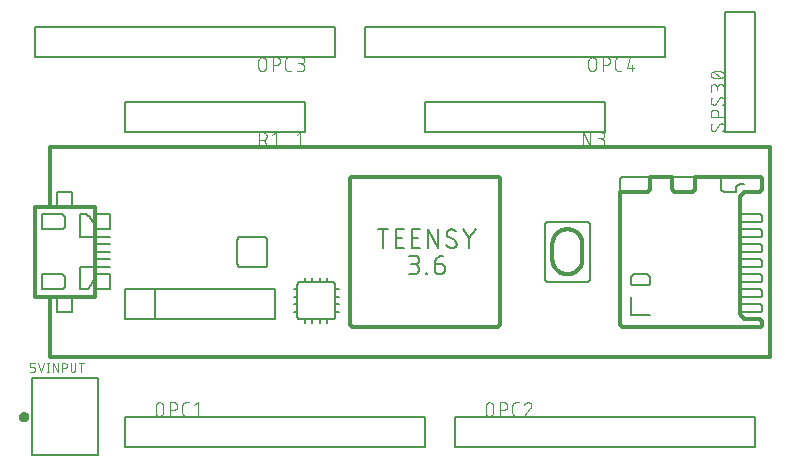
<source format=gbr>
G04 EAGLE Gerber RS-274X export*
G75*
%MOMM*%
%FSLAX34Y34*%
%LPD*%
%INSilkscreen Top*%
%IPPOS*%
%AMOC8*
5,1,8,0,0,1.08239X$1,22.5*%
G01*
%ADD10C,0.304800*%
%ADD11C,0.127000*%
%ADD12C,0.203200*%
%ADD13C,0.400000*%
%ADD14C,0.076200*%
%ADD15C,0.101600*%


D10*
X25400Y279400D02*
X635000Y279400D01*
X635000Y101600D02*
X25400Y101600D01*
X281940Y127000D02*
X403860Y127000D01*
X281940Y127000D02*
X281840Y127002D01*
X281741Y127008D01*
X281641Y127018D01*
X281543Y127031D01*
X281444Y127049D01*
X281347Y127070D01*
X281251Y127095D01*
X281155Y127124D01*
X281061Y127157D01*
X280968Y127193D01*
X280877Y127233D01*
X280787Y127277D01*
X280699Y127324D01*
X280613Y127374D01*
X280529Y127428D01*
X280447Y127485D01*
X280368Y127545D01*
X280290Y127609D01*
X280216Y127675D01*
X280144Y127744D01*
X280075Y127816D01*
X280009Y127890D01*
X279945Y127968D01*
X279885Y128047D01*
X279828Y128129D01*
X279774Y128213D01*
X279724Y128299D01*
X279677Y128387D01*
X279633Y128477D01*
X279593Y128568D01*
X279557Y128661D01*
X279524Y128755D01*
X279495Y128851D01*
X279470Y128947D01*
X279449Y129044D01*
X279431Y129143D01*
X279418Y129241D01*
X279408Y129341D01*
X279402Y129440D01*
X279400Y129540D01*
X279400Y251460D01*
X279402Y251560D01*
X279408Y251659D01*
X279418Y251759D01*
X279431Y251857D01*
X279449Y251956D01*
X279470Y252053D01*
X279495Y252149D01*
X279524Y252245D01*
X279557Y252339D01*
X279593Y252432D01*
X279633Y252523D01*
X279677Y252613D01*
X279724Y252701D01*
X279774Y252787D01*
X279828Y252871D01*
X279885Y252953D01*
X279945Y253032D01*
X280009Y253110D01*
X280075Y253184D01*
X280144Y253256D01*
X280216Y253325D01*
X280290Y253391D01*
X280368Y253455D01*
X280447Y253515D01*
X280529Y253572D01*
X280613Y253626D01*
X280699Y253676D01*
X280787Y253723D01*
X280877Y253767D01*
X280968Y253807D01*
X281061Y253843D01*
X281155Y253876D01*
X281251Y253905D01*
X281347Y253930D01*
X281444Y253951D01*
X281543Y253969D01*
X281641Y253982D01*
X281741Y253992D01*
X281840Y253998D01*
X281940Y254000D01*
X403860Y254000D01*
X403960Y253998D01*
X404059Y253992D01*
X404159Y253982D01*
X404257Y253969D01*
X404356Y253951D01*
X404453Y253930D01*
X404549Y253905D01*
X404645Y253876D01*
X404739Y253843D01*
X404832Y253807D01*
X404923Y253767D01*
X405013Y253723D01*
X405101Y253676D01*
X405187Y253626D01*
X405271Y253572D01*
X405353Y253515D01*
X405432Y253455D01*
X405510Y253391D01*
X405584Y253325D01*
X405656Y253256D01*
X405725Y253184D01*
X405791Y253110D01*
X405855Y253032D01*
X405915Y252953D01*
X405972Y252871D01*
X406026Y252787D01*
X406076Y252701D01*
X406123Y252613D01*
X406167Y252523D01*
X406207Y252432D01*
X406243Y252339D01*
X406276Y252245D01*
X406305Y252149D01*
X406330Y252053D01*
X406351Y251956D01*
X406369Y251857D01*
X406382Y251759D01*
X406392Y251659D01*
X406398Y251560D01*
X406400Y251460D01*
X406400Y129540D01*
X406398Y129440D01*
X406392Y129341D01*
X406382Y129241D01*
X406369Y129143D01*
X406351Y129044D01*
X406330Y128947D01*
X406305Y128851D01*
X406276Y128755D01*
X406243Y128661D01*
X406207Y128568D01*
X406167Y128477D01*
X406123Y128387D01*
X406076Y128299D01*
X406026Y128213D01*
X405972Y128129D01*
X405915Y128047D01*
X405855Y127968D01*
X405791Y127890D01*
X405725Y127816D01*
X405656Y127744D01*
X405584Y127675D01*
X405510Y127609D01*
X405432Y127545D01*
X405353Y127485D01*
X405271Y127428D01*
X405187Y127374D01*
X405101Y127324D01*
X405013Y127277D01*
X404923Y127233D01*
X404832Y127193D01*
X404739Y127157D01*
X404645Y127124D01*
X404549Y127095D01*
X404453Y127070D01*
X404356Y127049D01*
X404257Y127031D01*
X404159Y127018D01*
X404059Y127008D01*
X403960Y127002D01*
X403860Y127000D01*
X635000Y101600D02*
X635000Y279400D01*
X63500Y228600D02*
X44450Y228600D01*
X31750Y228600D01*
X25400Y228600D01*
X12700Y228600D01*
X12700Y152400D01*
X25400Y152400D01*
X31750Y152400D01*
X44450Y152400D01*
X63500Y152400D01*
X63500Y158750D01*
X63500Y168275D01*
X63500Y171450D01*
X63500Y177800D01*
X63500Y184150D01*
X63500Y190500D01*
X63500Y196850D01*
X63500Y203200D01*
X63500Y209550D01*
X63500Y212725D01*
X63500Y222250D01*
X63500Y228600D01*
X25400Y228600D02*
X25400Y279400D01*
X25400Y152400D02*
X25400Y101600D01*
D11*
X508000Y241300D02*
X508000Y251460D01*
X508002Y251560D01*
X508008Y251659D01*
X508018Y251759D01*
X508031Y251857D01*
X508049Y251956D01*
X508070Y252053D01*
X508095Y252149D01*
X508124Y252245D01*
X508157Y252339D01*
X508193Y252432D01*
X508233Y252523D01*
X508277Y252613D01*
X508324Y252701D01*
X508374Y252787D01*
X508428Y252871D01*
X508485Y252953D01*
X508545Y253032D01*
X508609Y253110D01*
X508675Y253184D01*
X508744Y253256D01*
X508816Y253325D01*
X508890Y253391D01*
X508968Y253455D01*
X509047Y253515D01*
X509129Y253572D01*
X509213Y253626D01*
X509299Y253676D01*
X509387Y253723D01*
X509477Y253767D01*
X509568Y253807D01*
X509661Y253843D01*
X509755Y253876D01*
X509851Y253905D01*
X509947Y253930D01*
X510044Y253951D01*
X510143Y253969D01*
X510241Y253982D01*
X510341Y253992D01*
X510440Y253998D01*
X510540Y254000D01*
X533400Y254000D01*
D10*
X552450Y254000D01*
D11*
X571500Y254000D01*
D10*
X593725Y254000D01*
X626110Y254000D01*
X626210Y253998D01*
X626309Y253992D01*
X626409Y253982D01*
X626507Y253969D01*
X626606Y253951D01*
X626703Y253930D01*
X626799Y253905D01*
X626895Y253876D01*
X626989Y253843D01*
X627082Y253807D01*
X627173Y253767D01*
X627263Y253723D01*
X627351Y253676D01*
X627437Y253626D01*
X627521Y253572D01*
X627603Y253515D01*
X627682Y253455D01*
X627760Y253391D01*
X627834Y253325D01*
X627906Y253256D01*
X627975Y253184D01*
X628041Y253110D01*
X628105Y253032D01*
X628165Y252953D01*
X628222Y252871D01*
X628276Y252787D01*
X628326Y252701D01*
X628373Y252613D01*
X628417Y252523D01*
X628457Y252432D01*
X628493Y252339D01*
X628526Y252245D01*
X628555Y252149D01*
X628580Y252053D01*
X628601Y251956D01*
X628619Y251857D01*
X628632Y251759D01*
X628642Y251659D01*
X628648Y251560D01*
X628650Y251460D01*
X628650Y244475D01*
X628648Y244364D01*
X628642Y244254D01*
X628633Y244143D01*
X628619Y244033D01*
X628602Y243924D01*
X628581Y243815D01*
X628556Y243707D01*
X628527Y243600D01*
X628495Y243494D01*
X628459Y243389D01*
X628419Y243286D01*
X628376Y243184D01*
X628329Y243083D01*
X628278Y242984D01*
X628225Y242887D01*
X628168Y242793D01*
X628107Y242700D01*
X628044Y242609D01*
X627977Y242520D01*
X627907Y242434D01*
X627834Y242351D01*
X627759Y242269D01*
X627681Y242191D01*
X627599Y242116D01*
X627516Y242043D01*
X627430Y241973D01*
X627341Y241906D01*
X627250Y241843D01*
X627157Y241782D01*
X627063Y241725D01*
X626966Y241672D01*
X626867Y241621D01*
X626766Y241574D01*
X626664Y241531D01*
X626561Y241491D01*
X626456Y241455D01*
X626350Y241423D01*
X626243Y241394D01*
X626135Y241369D01*
X626026Y241348D01*
X625917Y241331D01*
X625807Y241317D01*
X625696Y241308D01*
X625586Y241302D01*
X625475Y241300D01*
X615950Y241300D01*
X615792Y241298D01*
X615633Y241292D01*
X615475Y241282D01*
X615318Y241268D01*
X615160Y241251D01*
X615004Y241229D01*
X614847Y241204D01*
X614692Y241174D01*
X614537Y241141D01*
X614383Y241104D01*
X614230Y241063D01*
X614078Y241018D01*
X613928Y240969D01*
X613778Y240917D01*
X613630Y240861D01*
X613483Y240801D01*
X613338Y240738D01*
X613195Y240671D01*
X613053Y240601D01*
X612913Y240527D01*
X612775Y240449D01*
X612639Y240368D01*
X612505Y240284D01*
X612373Y240197D01*
X612243Y240106D01*
X612116Y240012D01*
X611991Y239915D01*
X611868Y239814D01*
X611748Y239711D01*
X611631Y239605D01*
X611516Y239496D01*
X611404Y239384D01*
X611295Y239269D01*
X611189Y239152D01*
X611086Y239032D01*
X610985Y238909D01*
X610888Y238784D01*
X610794Y238657D01*
X610703Y238527D01*
X610616Y238395D01*
X610532Y238261D01*
X610451Y238125D01*
X610373Y237987D01*
X610299Y237847D01*
X610229Y237705D01*
X610162Y237562D01*
X610099Y237417D01*
X610039Y237270D01*
X609983Y237122D01*
X609931Y236972D01*
X609882Y236822D01*
X609837Y236670D01*
X609796Y236517D01*
X609759Y236363D01*
X609726Y236208D01*
X609696Y236053D01*
X609671Y235896D01*
X609649Y235740D01*
X609632Y235582D01*
X609618Y235425D01*
X609608Y235267D01*
X609602Y235108D01*
X609600Y234950D01*
X609600Y222250D01*
X609600Y215900D01*
X609600Y209550D01*
X609600Y203200D01*
X609600Y196850D01*
X609600Y190500D01*
X609600Y184150D01*
X609600Y177800D01*
X609600Y171450D01*
X609600Y165100D01*
X609600Y158750D01*
X609600Y152400D01*
X609600Y146050D01*
X609600Y139700D01*
X609602Y139542D01*
X609608Y139383D01*
X609618Y139225D01*
X609632Y139068D01*
X609649Y138910D01*
X609671Y138754D01*
X609696Y138597D01*
X609726Y138442D01*
X609759Y138287D01*
X609796Y138133D01*
X609837Y137980D01*
X609882Y137828D01*
X609931Y137678D01*
X609983Y137528D01*
X610039Y137380D01*
X610099Y137233D01*
X610162Y137088D01*
X610229Y136945D01*
X610299Y136803D01*
X610373Y136663D01*
X610451Y136525D01*
X610532Y136389D01*
X610616Y136255D01*
X610703Y136123D01*
X610794Y135993D01*
X610888Y135866D01*
X610985Y135741D01*
X611086Y135618D01*
X611189Y135498D01*
X611295Y135381D01*
X611404Y135266D01*
X611516Y135154D01*
X611631Y135045D01*
X611748Y134939D01*
X611868Y134836D01*
X611991Y134735D01*
X612116Y134638D01*
X612243Y134544D01*
X612373Y134453D01*
X612505Y134366D01*
X612639Y134282D01*
X612775Y134201D01*
X612913Y134123D01*
X613053Y134049D01*
X613195Y133979D01*
X613338Y133912D01*
X613483Y133849D01*
X613630Y133789D01*
X613778Y133733D01*
X613928Y133681D01*
X614078Y133632D01*
X614230Y133587D01*
X614383Y133546D01*
X614537Y133509D01*
X614692Y133476D01*
X614847Y133446D01*
X615004Y133421D01*
X615160Y133399D01*
X615318Y133382D01*
X615475Y133368D01*
X615633Y133358D01*
X615792Y133352D01*
X615950Y133350D01*
X625475Y133350D01*
X625586Y133348D01*
X625696Y133342D01*
X625807Y133333D01*
X625917Y133319D01*
X626026Y133302D01*
X626135Y133281D01*
X626243Y133256D01*
X626350Y133227D01*
X626456Y133195D01*
X626561Y133159D01*
X626664Y133119D01*
X626766Y133076D01*
X626867Y133029D01*
X626966Y132978D01*
X627063Y132925D01*
X627157Y132868D01*
X627250Y132807D01*
X627341Y132744D01*
X627430Y132677D01*
X627516Y132607D01*
X627599Y132534D01*
X627681Y132459D01*
X627759Y132381D01*
X627834Y132299D01*
X627907Y132216D01*
X627977Y132130D01*
X628044Y132041D01*
X628107Y131950D01*
X628168Y131857D01*
X628225Y131763D01*
X628278Y131666D01*
X628329Y131567D01*
X628376Y131466D01*
X628419Y131364D01*
X628459Y131261D01*
X628495Y131156D01*
X628527Y131050D01*
X628556Y130943D01*
X628581Y130835D01*
X628602Y130726D01*
X628619Y130617D01*
X628633Y130507D01*
X628642Y130396D01*
X628648Y130286D01*
X628650Y130175D01*
X628650Y129540D01*
X628648Y129440D01*
X628642Y129341D01*
X628632Y129241D01*
X628619Y129143D01*
X628601Y129044D01*
X628580Y128947D01*
X628555Y128851D01*
X628526Y128755D01*
X628493Y128661D01*
X628457Y128568D01*
X628417Y128477D01*
X628373Y128387D01*
X628326Y128299D01*
X628276Y128213D01*
X628222Y128129D01*
X628165Y128047D01*
X628105Y127968D01*
X628041Y127890D01*
X627975Y127816D01*
X627906Y127744D01*
X627834Y127675D01*
X627760Y127609D01*
X627682Y127545D01*
X627603Y127485D01*
X627521Y127428D01*
X627437Y127374D01*
X627351Y127324D01*
X627263Y127277D01*
X627173Y127233D01*
X627082Y127193D01*
X626989Y127157D01*
X626895Y127124D01*
X626799Y127095D01*
X626703Y127070D01*
X626606Y127049D01*
X626507Y127031D01*
X626409Y127018D01*
X626309Y127008D01*
X626210Y127002D01*
X626110Y127000D01*
X510540Y127000D01*
X510440Y127002D01*
X510341Y127008D01*
X510241Y127018D01*
X510143Y127031D01*
X510044Y127049D01*
X509947Y127070D01*
X509851Y127095D01*
X509755Y127124D01*
X509661Y127157D01*
X509568Y127193D01*
X509477Y127233D01*
X509387Y127277D01*
X509299Y127324D01*
X509213Y127374D01*
X509129Y127428D01*
X509047Y127485D01*
X508968Y127545D01*
X508890Y127609D01*
X508816Y127675D01*
X508744Y127744D01*
X508675Y127816D01*
X508609Y127890D01*
X508545Y127968D01*
X508485Y128047D01*
X508428Y128129D01*
X508374Y128213D01*
X508324Y128299D01*
X508277Y128387D01*
X508233Y128477D01*
X508193Y128568D01*
X508157Y128661D01*
X508124Y128755D01*
X508095Y128851D01*
X508070Y128947D01*
X508049Y129044D01*
X508031Y129143D01*
X508018Y129241D01*
X508008Y129341D01*
X508002Y129440D01*
X508000Y129540D01*
X508000Y241300D01*
D11*
X609600Y222250D02*
X626110Y222250D01*
X626210Y222248D01*
X626309Y222242D01*
X626409Y222232D01*
X626507Y222219D01*
X626606Y222201D01*
X626703Y222180D01*
X626799Y222155D01*
X626895Y222126D01*
X626989Y222093D01*
X627082Y222057D01*
X627173Y222017D01*
X627263Y221973D01*
X627351Y221926D01*
X627437Y221876D01*
X627521Y221822D01*
X627603Y221765D01*
X627682Y221705D01*
X627760Y221641D01*
X627834Y221575D01*
X627906Y221506D01*
X627975Y221434D01*
X628041Y221360D01*
X628105Y221282D01*
X628165Y221203D01*
X628222Y221121D01*
X628276Y221037D01*
X628326Y220951D01*
X628373Y220863D01*
X628417Y220773D01*
X628457Y220682D01*
X628493Y220589D01*
X628526Y220495D01*
X628555Y220399D01*
X628580Y220303D01*
X628601Y220206D01*
X628619Y220107D01*
X628632Y220009D01*
X628642Y219909D01*
X628648Y219810D01*
X628650Y219710D01*
X628650Y218440D01*
X628648Y218340D01*
X628642Y218241D01*
X628632Y218141D01*
X628619Y218043D01*
X628601Y217944D01*
X628580Y217847D01*
X628555Y217751D01*
X628526Y217655D01*
X628493Y217561D01*
X628457Y217468D01*
X628417Y217377D01*
X628373Y217287D01*
X628326Y217199D01*
X628276Y217113D01*
X628222Y217029D01*
X628165Y216947D01*
X628105Y216868D01*
X628041Y216790D01*
X627975Y216716D01*
X627906Y216644D01*
X627834Y216575D01*
X627760Y216509D01*
X627682Y216445D01*
X627603Y216385D01*
X627521Y216328D01*
X627437Y216274D01*
X627351Y216224D01*
X627263Y216177D01*
X627173Y216133D01*
X627082Y216093D01*
X626989Y216057D01*
X626895Y216024D01*
X626799Y215995D01*
X626703Y215970D01*
X626606Y215949D01*
X626507Y215931D01*
X626409Y215918D01*
X626309Y215908D01*
X626210Y215902D01*
X626110Y215900D01*
X609600Y215900D01*
X609600Y209550D02*
X626110Y209550D01*
X626210Y209548D01*
X626309Y209542D01*
X626409Y209532D01*
X626507Y209519D01*
X626606Y209501D01*
X626703Y209480D01*
X626799Y209455D01*
X626895Y209426D01*
X626989Y209393D01*
X627082Y209357D01*
X627173Y209317D01*
X627263Y209273D01*
X627351Y209226D01*
X627437Y209176D01*
X627521Y209122D01*
X627603Y209065D01*
X627682Y209005D01*
X627760Y208941D01*
X627834Y208875D01*
X627906Y208806D01*
X627975Y208734D01*
X628041Y208660D01*
X628105Y208582D01*
X628165Y208503D01*
X628222Y208421D01*
X628276Y208337D01*
X628326Y208251D01*
X628373Y208163D01*
X628417Y208073D01*
X628457Y207982D01*
X628493Y207889D01*
X628526Y207795D01*
X628555Y207699D01*
X628580Y207603D01*
X628601Y207506D01*
X628619Y207407D01*
X628632Y207309D01*
X628642Y207209D01*
X628648Y207110D01*
X628650Y207010D01*
X628650Y205740D01*
X628648Y205640D01*
X628642Y205541D01*
X628632Y205441D01*
X628619Y205343D01*
X628601Y205244D01*
X628580Y205147D01*
X628555Y205051D01*
X628526Y204955D01*
X628493Y204861D01*
X628457Y204768D01*
X628417Y204677D01*
X628373Y204587D01*
X628326Y204499D01*
X628276Y204413D01*
X628222Y204329D01*
X628165Y204247D01*
X628105Y204168D01*
X628041Y204090D01*
X627975Y204016D01*
X627906Y203944D01*
X627834Y203875D01*
X627760Y203809D01*
X627682Y203745D01*
X627603Y203685D01*
X627521Y203628D01*
X627437Y203574D01*
X627351Y203524D01*
X627263Y203477D01*
X627173Y203433D01*
X627082Y203393D01*
X626989Y203357D01*
X626895Y203324D01*
X626799Y203295D01*
X626703Y203270D01*
X626606Y203249D01*
X626507Y203231D01*
X626409Y203218D01*
X626309Y203208D01*
X626210Y203202D01*
X626110Y203200D01*
X609600Y203200D01*
X609600Y196850D02*
X626110Y196850D01*
X626210Y196848D01*
X626309Y196842D01*
X626409Y196832D01*
X626507Y196819D01*
X626606Y196801D01*
X626703Y196780D01*
X626799Y196755D01*
X626895Y196726D01*
X626989Y196693D01*
X627082Y196657D01*
X627173Y196617D01*
X627263Y196573D01*
X627351Y196526D01*
X627437Y196476D01*
X627521Y196422D01*
X627603Y196365D01*
X627682Y196305D01*
X627760Y196241D01*
X627834Y196175D01*
X627906Y196106D01*
X627975Y196034D01*
X628041Y195960D01*
X628105Y195882D01*
X628165Y195803D01*
X628222Y195721D01*
X628276Y195637D01*
X628326Y195551D01*
X628373Y195463D01*
X628417Y195373D01*
X628457Y195282D01*
X628493Y195189D01*
X628526Y195095D01*
X628555Y194999D01*
X628580Y194903D01*
X628601Y194806D01*
X628619Y194707D01*
X628632Y194609D01*
X628642Y194509D01*
X628648Y194410D01*
X628650Y194310D01*
X628650Y193040D01*
X628648Y192940D01*
X628642Y192841D01*
X628632Y192741D01*
X628619Y192643D01*
X628601Y192544D01*
X628580Y192447D01*
X628555Y192351D01*
X628526Y192255D01*
X628493Y192161D01*
X628457Y192068D01*
X628417Y191977D01*
X628373Y191887D01*
X628326Y191799D01*
X628276Y191713D01*
X628222Y191629D01*
X628165Y191547D01*
X628105Y191468D01*
X628041Y191390D01*
X627975Y191316D01*
X627906Y191244D01*
X627834Y191175D01*
X627760Y191109D01*
X627682Y191045D01*
X627603Y190985D01*
X627521Y190928D01*
X627437Y190874D01*
X627351Y190824D01*
X627263Y190777D01*
X627173Y190733D01*
X627082Y190693D01*
X626989Y190657D01*
X626895Y190624D01*
X626799Y190595D01*
X626703Y190570D01*
X626606Y190549D01*
X626507Y190531D01*
X626409Y190518D01*
X626309Y190508D01*
X626210Y190502D01*
X626110Y190500D01*
X609600Y190500D01*
X609600Y184150D02*
X626110Y184150D01*
X626210Y184148D01*
X626309Y184142D01*
X626409Y184132D01*
X626507Y184119D01*
X626606Y184101D01*
X626703Y184080D01*
X626799Y184055D01*
X626895Y184026D01*
X626989Y183993D01*
X627082Y183957D01*
X627173Y183917D01*
X627263Y183873D01*
X627351Y183826D01*
X627437Y183776D01*
X627521Y183722D01*
X627603Y183665D01*
X627682Y183605D01*
X627760Y183541D01*
X627834Y183475D01*
X627906Y183406D01*
X627975Y183334D01*
X628041Y183260D01*
X628105Y183182D01*
X628165Y183103D01*
X628222Y183021D01*
X628276Y182937D01*
X628326Y182851D01*
X628373Y182763D01*
X628417Y182673D01*
X628457Y182582D01*
X628493Y182489D01*
X628526Y182395D01*
X628555Y182299D01*
X628580Y182203D01*
X628601Y182106D01*
X628619Y182007D01*
X628632Y181909D01*
X628642Y181809D01*
X628648Y181710D01*
X628650Y181610D01*
X628650Y180340D01*
X628648Y180240D01*
X628642Y180141D01*
X628632Y180041D01*
X628619Y179943D01*
X628601Y179844D01*
X628580Y179747D01*
X628555Y179651D01*
X628526Y179555D01*
X628493Y179461D01*
X628457Y179368D01*
X628417Y179277D01*
X628373Y179187D01*
X628326Y179099D01*
X628276Y179013D01*
X628222Y178929D01*
X628165Y178847D01*
X628105Y178768D01*
X628041Y178690D01*
X627975Y178616D01*
X627906Y178544D01*
X627834Y178475D01*
X627760Y178409D01*
X627682Y178345D01*
X627603Y178285D01*
X627521Y178228D01*
X627437Y178174D01*
X627351Y178124D01*
X627263Y178077D01*
X627173Y178033D01*
X627082Y177993D01*
X626989Y177957D01*
X626895Y177924D01*
X626799Y177895D01*
X626703Y177870D01*
X626606Y177849D01*
X626507Y177831D01*
X626409Y177818D01*
X626309Y177808D01*
X626210Y177802D01*
X626110Y177800D01*
X609600Y177800D01*
X609600Y171450D02*
X626110Y171450D01*
X626210Y171448D01*
X626309Y171442D01*
X626409Y171432D01*
X626507Y171419D01*
X626606Y171401D01*
X626703Y171380D01*
X626799Y171355D01*
X626895Y171326D01*
X626989Y171293D01*
X627082Y171257D01*
X627173Y171217D01*
X627263Y171173D01*
X627351Y171126D01*
X627437Y171076D01*
X627521Y171022D01*
X627603Y170965D01*
X627682Y170905D01*
X627760Y170841D01*
X627834Y170775D01*
X627906Y170706D01*
X627975Y170634D01*
X628041Y170560D01*
X628105Y170482D01*
X628165Y170403D01*
X628222Y170321D01*
X628276Y170237D01*
X628326Y170151D01*
X628373Y170063D01*
X628417Y169973D01*
X628457Y169882D01*
X628493Y169789D01*
X628526Y169695D01*
X628555Y169599D01*
X628580Y169503D01*
X628601Y169406D01*
X628619Y169307D01*
X628632Y169209D01*
X628642Y169109D01*
X628648Y169010D01*
X628650Y168910D01*
X628650Y167640D01*
X628648Y167540D01*
X628642Y167441D01*
X628632Y167341D01*
X628619Y167243D01*
X628601Y167144D01*
X628580Y167047D01*
X628555Y166951D01*
X628526Y166855D01*
X628493Y166761D01*
X628457Y166668D01*
X628417Y166577D01*
X628373Y166487D01*
X628326Y166399D01*
X628276Y166313D01*
X628222Y166229D01*
X628165Y166147D01*
X628105Y166068D01*
X628041Y165990D01*
X627975Y165916D01*
X627906Y165844D01*
X627834Y165775D01*
X627760Y165709D01*
X627682Y165645D01*
X627603Y165585D01*
X627521Y165528D01*
X627437Y165474D01*
X627351Y165424D01*
X627263Y165377D01*
X627173Y165333D01*
X627082Y165293D01*
X626989Y165257D01*
X626895Y165224D01*
X626799Y165195D01*
X626703Y165170D01*
X626606Y165149D01*
X626507Y165131D01*
X626409Y165118D01*
X626309Y165108D01*
X626210Y165102D01*
X626110Y165100D01*
X609600Y165100D01*
X609600Y158750D02*
X626110Y158750D01*
X626210Y158748D01*
X626309Y158742D01*
X626409Y158732D01*
X626507Y158719D01*
X626606Y158701D01*
X626703Y158680D01*
X626799Y158655D01*
X626895Y158626D01*
X626989Y158593D01*
X627082Y158557D01*
X627173Y158517D01*
X627263Y158473D01*
X627351Y158426D01*
X627437Y158376D01*
X627521Y158322D01*
X627603Y158265D01*
X627682Y158205D01*
X627760Y158141D01*
X627834Y158075D01*
X627906Y158006D01*
X627975Y157934D01*
X628041Y157860D01*
X628105Y157782D01*
X628165Y157703D01*
X628222Y157621D01*
X628276Y157537D01*
X628326Y157451D01*
X628373Y157363D01*
X628417Y157273D01*
X628457Y157182D01*
X628493Y157089D01*
X628526Y156995D01*
X628555Y156899D01*
X628580Y156803D01*
X628601Y156706D01*
X628619Y156607D01*
X628632Y156509D01*
X628642Y156409D01*
X628648Y156310D01*
X628650Y156210D01*
X628650Y154940D01*
X628648Y154840D01*
X628642Y154741D01*
X628632Y154641D01*
X628619Y154543D01*
X628601Y154444D01*
X628580Y154347D01*
X628555Y154251D01*
X628526Y154155D01*
X628493Y154061D01*
X628457Y153968D01*
X628417Y153877D01*
X628373Y153787D01*
X628326Y153699D01*
X628276Y153613D01*
X628222Y153529D01*
X628165Y153447D01*
X628105Y153368D01*
X628041Y153290D01*
X627975Y153216D01*
X627906Y153144D01*
X627834Y153075D01*
X627760Y153009D01*
X627682Y152945D01*
X627603Y152885D01*
X627521Y152828D01*
X627437Y152774D01*
X627351Y152724D01*
X627263Y152677D01*
X627173Y152633D01*
X627082Y152593D01*
X626989Y152557D01*
X626895Y152524D01*
X626799Y152495D01*
X626703Y152470D01*
X626606Y152449D01*
X626507Y152431D01*
X626409Y152418D01*
X626309Y152408D01*
X626210Y152402D01*
X626110Y152400D01*
X609600Y152400D01*
X609600Y146050D02*
X626110Y146050D01*
X626210Y146048D01*
X626309Y146042D01*
X626409Y146032D01*
X626507Y146019D01*
X626606Y146001D01*
X626703Y145980D01*
X626799Y145955D01*
X626895Y145926D01*
X626989Y145893D01*
X627082Y145857D01*
X627173Y145817D01*
X627263Y145773D01*
X627351Y145726D01*
X627437Y145676D01*
X627521Y145622D01*
X627603Y145565D01*
X627682Y145505D01*
X627760Y145441D01*
X627834Y145375D01*
X627906Y145306D01*
X627975Y145234D01*
X628041Y145160D01*
X628105Y145082D01*
X628165Y145003D01*
X628222Y144921D01*
X628276Y144837D01*
X628326Y144751D01*
X628373Y144663D01*
X628417Y144573D01*
X628457Y144482D01*
X628493Y144389D01*
X628526Y144295D01*
X628555Y144199D01*
X628580Y144103D01*
X628601Y144006D01*
X628619Y143907D01*
X628632Y143809D01*
X628642Y143709D01*
X628648Y143610D01*
X628650Y143510D01*
X628650Y142240D01*
X628648Y142140D01*
X628642Y142041D01*
X628632Y141941D01*
X628619Y141843D01*
X628601Y141744D01*
X628580Y141647D01*
X628555Y141551D01*
X628526Y141455D01*
X628493Y141361D01*
X628457Y141268D01*
X628417Y141177D01*
X628373Y141087D01*
X628326Y140999D01*
X628276Y140913D01*
X628222Y140829D01*
X628165Y140747D01*
X628105Y140668D01*
X628041Y140590D01*
X627975Y140516D01*
X627906Y140444D01*
X627834Y140375D01*
X627760Y140309D01*
X627682Y140245D01*
X627603Y140185D01*
X627521Y140128D01*
X627437Y140074D01*
X627351Y140024D01*
X627263Y139977D01*
X627173Y139933D01*
X627082Y139893D01*
X626989Y139857D01*
X626895Y139824D01*
X626799Y139795D01*
X626703Y139770D01*
X626606Y139749D01*
X626507Y139731D01*
X626409Y139718D01*
X626309Y139708D01*
X626210Y139702D01*
X626110Y139700D01*
X609600Y139700D01*
X480060Y165100D02*
X447040Y165100D01*
X480060Y165100D02*
X480160Y165102D01*
X480259Y165108D01*
X480359Y165118D01*
X480457Y165131D01*
X480556Y165149D01*
X480653Y165170D01*
X480749Y165195D01*
X480845Y165224D01*
X480939Y165257D01*
X481032Y165293D01*
X481123Y165333D01*
X481213Y165377D01*
X481301Y165424D01*
X481387Y165474D01*
X481471Y165528D01*
X481553Y165585D01*
X481632Y165645D01*
X481710Y165709D01*
X481784Y165775D01*
X481856Y165844D01*
X481925Y165916D01*
X481991Y165990D01*
X482055Y166068D01*
X482115Y166147D01*
X482172Y166229D01*
X482226Y166313D01*
X482276Y166399D01*
X482323Y166487D01*
X482367Y166577D01*
X482407Y166668D01*
X482443Y166761D01*
X482476Y166855D01*
X482505Y166951D01*
X482530Y167047D01*
X482551Y167144D01*
X482569Y167243D01*
X482582Y167341D01*
X482592Y167441D01*
X482598Y167540D01*
X482600Y167640D01*
X482600Y213360D01*
X482598Y213460D01*
X482592Y213559D01*
X482582Y213659D01*
X482569Y213757D01*
X482551Y213856D01*
X482530Y213953D01*
X482505Y214049D01*
X482476Y214145D01*
X482443Y214239D01*
X482407Y214332D01*
X482367Y214423D01*
X482323Y214513D01*
X482276Y214601D01*
X482226Y214687D01*
X482172Y214771D01*
X482115Y214853D01*
X482055Y214932D01*
X481991Y215010D01*
X481925Y215084D01*
X481856Y215156D01*
X481784Y215225D01*
X481710Y215291D01*
X481632Y215355D01*
X481553Y215415D01*
X481471Y215472D01*
X481387Y215526D01*
X481301Y215576D01*
X481213Y215623D01*
X481123Y215667D01*
X481032Y215707D01*
X480939Y215743D01*
X480845Y215776D01*
X480749Y215805D01*
X480653Y215830D01*
X480556Y215851D01*
X480457Y215869D01*
X480359Y215882D01*
X480259Y215892D01*
X480160Y215898D01*
X480060Y215900D01*
X447040Y215900D01*
X446940Y215898D01*
X446841Y215892D01*
X446741Y215882D01*
X446643Y215869D01*
X446544Y215851D01*
X446447Y215830D01*
X446351Y215805D01*
X446255Y215776D01*
X446161Y215743D01*
X446068Y215707D01*
X445977Y215667D01*
X445887Y215623D01*
X445799Y215576D01*
X445713Y215526D01*
X445629Y215472D01*
X445547Y215415D01*
X445468Y215355D01*
X445390Y215291D01*
X445316Y215225D01*
X445244Y215156D01*
X445175Y215084D01*
X445109Y215010D01*
X445045Y214932D01*
X444985Y214853D01*
X444928Y214771D01*
X444874Y214687D01*
X444824Y214601D01*
X444777Y214513D01*
X444733Y214423D01*
X444693Y214332D01*
X444657Y214239D01*
X444624Y214145D01*
X444595Y214049D01*
X444570Y213953D01*
X444549Y213856D01*
X444531Y213757D01*
X444518Y213659D01*
X444508Y213559D01*
X444502Y213460D01*
X444500Y213360D01*
X444500Y167640D01*
X444502Y167540D01*
X444508Y167441D01*
X444518Y167341D01*
X444531Y167243D01*
X444549Y167144D01*
X444570Y167047D01*
X444595Y166951D01*
X444624Y166855D01*
X444657Y166761D01*
X444693Y166668D01*
X444733Y166577D01*
X444777Y166487D01*
X444824Y166399D01*
X444874Y166313D01*
X444928Y166229D01*
X444985Y166147D01*
X445045Y166068D01*
X445109Y165990D01*
X445175Y165916D01*
X445244Y165844D01*
X445316Y165775D01*
X445390Y165709D01*
X445468Y165645D01*
X445547Y165585D01*
X445629Y165528D01*
X445713Y165474D01*
X445799Y165424D01*
X445887Y165377D01*
X445977Y165333D01*
X446068Y165293D01*
X446161Y165257D01*
X446255Y165224D01*
X446351Y165195D01*
X446447Y165170D01*
X446544Y165149D01*
X446643Y165131D01*
X446741Y165118D01*
X446841Y165108D01*
X446940Y165102D01*
X447040Y165100D01*
D10*
X463550Y171450D02*
X463243Y171454D01*
X462936Y171465D01*
X462630Y171483D01*
X462324Y171509D01*
X462019Y171543D01*
X461715Y171583D01*
X461412Y171631D01*
X461110Y171687D01*
X460810Y171749D01*
X460511Y171819D01*
X460214Y171896D01*
X459918Y171980D01*
X459625Y172072D01*
X459335Y172170D01*
X459047Y172275D01*
X458761Y172388D01*
X458478Y172507D01*
X458198Y172633D01*
X457921Y172765D01*
X457648Y172905D01*
X457378Y173051D01*
X457112Y173203D01*
X456849Y173362D01*
X456590Y173527D01*
X456336Y173698D01*
X456085Y173875D01*
X455839Y174059D01*
X455597Y174248D01*
X455361Y174443D01*
X455128Y174644D01*
X454901Y174850D01*
X454679Y175062D01*
X454462Y175279D01*
X454250Y175501D01*
X454044Y175728D01*
X453843Y175961D01*
X453648Y176197D01*
X453459Y176439D01*
X453275Y176685D01*
X453098Y176936D01*
X452927Y177190D01*
X452762Y177449D01*
X452603Y177712D01*
X452451Y177978D01*
X452305Y178248D01*
X452165Y178521D01*
X452033Y178798D01*
X451907Y179078D01*
X451788Y179361D01*
X451675Y179647D01*
X451570Y179935D01*
X451472Y180225D01*
X451380Y180518D01*
X451296Y180814D01*
X451219Y181111D01*
X451149Y181410D01*
X451087Y181710D01*
X451031Y182012D01*
X450983Y182315D01*
X450943Y182619D01*
X450909Y182924D01*
X450883Y183230D01*
X450865Y183536D01*
X450854Y183843D01*
X450850Y184150D01*
X450850Y196850D01*
X450854Y197157D01*
X450865Y197464D01*
X450883Y197770D01*
X450909Y198076D01*
X450943Y198381D01*
X450983Y198685D01*
X451031Y198988D01*
X451087Y199290D01*
X451149Y199590D01*
X451219Y199889D01*
X451296Y200186D01*
X451380Y200482D01*
X451472Y200775D01*
X451570Y201065D01*
X451675Y201353D01*
X451788Y201639D01*
X451907Y201922D01*
X452033Y202202D01*
X452165Y202479D01*
X452305Y202752D01*
X452451Y203022D01*
X452603Y203288D01*
X452762Y203551D01*
X452927Y203810D01*
X453098Y204064D01*
X453275Y204315D01*
X453459Y204561D01*
X453648Y204803D01*
X453843Y205039D01*
X454044Y205272D01*
X454250Y205499D01*
X454462Y205721D01*
X454679Y205938D01*
X454901Y206150D01*
X455128Y206356D01*
X455361Y206557D01*
X455597Y206752D01*
X455839Y206941D01*
X456085Y207125D01*
X456336Y207302D01*
X456590Y207473D01*
X456849Y207638D01*
X457112Y207797D01*
X457378Y207949D01*
X457648Y208095D01*
X457921Y208235D01*
X458198Y208367D01*
X458478Y208493D01*
X458761Y208612D01*
X459047Y208725D01*
X459335Y208830D01*
X459625Y208928D01*
X459918Y209020D01*
X460214Y209104D01*
X460511Y209181D01*
X460810Y209251D01*
X461110Y209313D01*
X461412Y209369D01*
X461715Y209417D01*
X462019Y209457D01*
X462324Y209491D01*
X462630Y209517D01*
X462936Y209535D01*
X463243Y209546D01*
X463550Y209550D01*
X463857Y209546D01*
X464164Y209535D01*
X464470Y209517D01*
X464776Y209491D01*
X465081Y209457D01*
X465385Y209417D01*
X465688Y209369D01*
X465990Y209313D01*
X466290Y209251D01*
X466589Y209181D01*
X466886Y209104D01*
X467182Y209020D01*
X467475Y208928D01*
X467765Y208830D01*
X468053Y208725D01*
X468339Y208612D01*
X468622Y208493D01*
X468902Y208367D01*
X469179Y208235D01*
X469452Y208095D01*
X469722Y207949D01*
X469988Y207797D01*
X470251Y207638D01*
X470510Y207473D01*
X470764Y207302D01*
X471015Y207125D01*
X471261Y206941D01*
X471503Y206752D01*
X471739Y206557D01*
X471972Y206356D01*
X472199Y206150D01*
X472421Y205938D01*
X472638Y205721D01*
X472850Y205499D01*
X473056Y205272D01*
X473257Y205039D01*
X473452Y204803D01*
X473641Y204561D01*
X473825Y204315D01*
X474002Y204064D01*
X474173Y203810D01*
X474338Y203551D01*
X474497Y203288D01*
X474649Y203022D01*
X474795Y202752D01*
X474935Y202479D01*
X475067Y202202D01*
X475193Y201922D01*
X475312Y201639D01*
X475425Y201353D01*
X475530Y201065D01*
X475628Y200775D01*
X475720Y200482D01*
X475804Y200186D01*
X475881Y199889D01*
X475951Y199590D01*
X476013Y199290D01*
X476069Y198988D01*
X476117Y198685D01*
X476157Y198381D01*
X476191Y198076D01*
X476217Y197770D01*
X476235Y197464D01*
X476246Y197157D01*
X476250Y196850D01*
X476250Y184150D01*
X476246Y183843D01*
X476235Y183536D01*
X476217Y183230D01*
X476191Y182924D01*
X476157Y182619D01*
X476117Y182315D01*
X476069Y182012D01*
X476013Y181710D01*
X475951Y181410D01*
X475881Y181111D01*
X475804Y180814D01*
X475720Y180518D01*
X475628Y180225D01*
X475530Y179935D01*
X475425Y179647D01*
X475312Y179361D01*
X475193Y179078D01*
X475067Y178798D01*
X474935Y178521D01*
X474795Y178248D01*
X474649Y177978D01*
X474497Y177712D01*
X474338Y177449D01*
X474173Y177190D01*
X474002Y176936D01*
X473825Y176685D01*
X473641Y176439D01*
X473452Y176197D01*
X473257Y175961D01*
X473056Y175728D01*
X472850Y175501D01*
X472638Y175279D01*
X472421Y175062D01*
X472199Y174850D01*
X471972Y174644D01*
X471739Y174443D01*
X471503Y174248D01*
X471261Y174059D01*
X471015Y173875D01*
X470764Y173698D01*
X470510Y173527D01*
X470251Y173362D01*
X469988Y173203D01*
X469722Y173051D01*
X469452Y172905D01*
X469179Y172765D01*
X468902Y172633D01*
X468622Y172507D01*
X468339Y172388D01*
X468053Y172275D01*
X467765Y172170D01*
X467475Y172072D01*
X467182Y171980D01*
X466886Y171896D01*
X466589Y171819D01*
X466290Y171749D01*
X465990Y171687D01*
X465688Y171631D01*
X465385Y171583D01*
X465081Y171543D01*
X464776Y171509D01*
X464470Y171483D01*
X464164Y171465D01*
X463857Y171454D01*
X463550Y171450D01*
D11*
X114300Y158750D02*
X88900Y158750D01*
X114300Y158750D02*
X215900Y158750D01*
X215900Y133350D01*
X114300Y133350D01*
X88900Y133350D01*
X88900Y158750D01*
X114300Y158750D02*
X114300Y133350D01*
X76200Y190500D02*
X63500Y190500D01*
X63500Y196850D02*
X76200Y196850D01*
X76200Y203200D02*
X63500Y203200D01*
X63500Y184150D02*
X76200Y184150D01*
X76200Y177800D02*
X63500Y177800D01*
D12*
X307577Y193739D02*
X307577Y209487D01*
X303203Y209487D02*
X311952Y209487D01*
X318349Y193739D02*
X325348Y193739D01*
X318349Y193739D02*
X318349Y209487D01*
X325348Y209487D01*
X323598Y202487D02*
X318349Y202487D01*
X331896Y193739D02*
X338895Y193739D01*
X331896Y193739D02*
X331896Y209487D01*
X338895Y209487D01*
X337145Y202487D02*
X331896Y202487D01*
X345407Y209487D02*
X345407Y193739D01*
X354156Y193739D02*
X345407Y209487D01*
X354156Y209487D02*
X354156Y193739D01*
X366288Y193738D02*
X366405Y193740D01*
X366522Y193746D01*
X366638Y193756D01*
X366754Y193769D01*
X366870Y193787D01*
X366985Y193808D01*
X367099Y193833D01*
X367213Y193862D01*
X367325Y193895D01*
X367436Y193932D01*
X367546Y193972D01*
X367654Y194016D01*
X367761Y194063D01*
X367867Y194114D01*
X367970Y194169D01*
X368072Y194227D01*
X368171Y194288D01*
X368269Y194352D01*
X368364Y194420D01*
X368457Y194491D01*
X368548Y194565D01*
X368636Y194642D01*
X368721Y194722D01*
X368804Y194805D01*
X368884Y194890D01*
X368961Y194978D01*
X369035Y195069D01*
X369106Y195162D01*
X369174Y195257D01*
X369238Y195355D01*
X369299Y195454D01*
X369357Y195556D01*
X369412Y195659D01*
X369463Y195765D01*
X369510Y195872D01*
X369554Y195980D01*
X369594Y196090D01*
X369631Y196201D01*
X369664Y196313D01*
X369693Y196427D01*
X369718Y196541D01*
X369739Y196656D01*
X369757Y196771D01*
X369770Y196888D01*
X369780Y197004D01*
X369786Y197121D01*
X369788Y197238D01*
X366288Y193738D02*
X366111Y193740D01*
X365934Y193746D01*
X365758Y193757D01*
X365581Y193772D01*
X365406Y193791D01*
X365230Y193814D01*
X365056Y193841D01*
X364881Y193873D01*
X364708Y193909D01*
X364536Y193949D01*
X364365Y193993D01*
X364194Y194041D01*
X364025Y194093D01*
X363858Y194149D01*
X363691Y194209D01*
X363526Y194273D01*
X363363Y194341D01*
X363201Y194413D01*
X363042Y194489D01*
X362884Y194568D01*
X362728Y194652D01*
X362574Y194739D01*
X362422Y194829D01*
X362272Y194924D01*
X362125Y195022D01*
X361980Y195123D01*
X361837Y195228D01*
X361697Y195336D01*
X361560Y195447D01*
X361425Y195562D01*
X361294Y195680D01*
X361165Y195801D01*
X361039Y195925D01*
X361475Y205987D02*
X361477Y206104D01*
X361483Y206221D01*
X361493Y206337D01*
X361506Y206454D01*
X361524Y206569D01*
X361545Y206684D01*
X361570Y206798D01*
X361599Y206912D01*
X361632Y207024D01*
X361669Y207135D01*
X361709Y207245D01*
X361753Y207353D01*
X361800Y207460D01*
X361851Y207566D01*
X361906Y207669D01*
X361964Y207771D01*
X362025Y207870D01*
X362089Y207968D01*
X362157Y208063D01*
X362228Y208156D01*
X362302Y208247D01*
X362379Y208335D01*
X362459Y208420D01*
X362542Y208503D01*
X362627Y208583D01*
X362715Y208660D01*
X362806Y208734D01*
X362899Y208805D01*
X362994Y208873D01*
X363092Y208937D01*
X363191Y208998D01*
X363293Y209056D01*
X363396Y209111D01*
X363502Y209162D01*
X363609Y209209D01*
X363717Y209253D01*
X363827Y209293D01*
X363938Y209330D01*
X364050Y209363D01*
X364164Y209392D01*
X364278Y209417D01*
X364393Y209438D01*
X364508Y209456D01*
X364625Y209469D01*
X364741Y209479D01*
X364858Y209485D01*
X364975Y209487D01*
X365131Y209485D01*
X365288Y209480D01*
X365444Y209470D01*
X365600Y209457D01*
X365755Y209440D01*
X365910Y209420D01*
X366065Y209396D01*
X366219Y209368D01*
X366372Y209337D01*
X366524Y209302D01*
X366676Y209263D01*
X366826Y209220D01*
X366976Y209175D01*
X367124Y209125D01*
X367271Y209072D01*
X367417Y209016D01*
X367562Y208956D01*
X367705Y208892D01*
X367846Y208826D01*
X367986Y208756D01*
X368124Y208682D01*
X368260Y208605D01*
X368395Y208526D01*
X368527Y208442D01*
X368658Y208356D01*
X368786Y208267D01*
X368912Y208175D01*
X363226Y202925D02*
X363127Y202985D01*
X363031Y203049D01*
X362937Y203115D01*
X362845Y203184D01*
X362755Y203257D01*
X362667Y203332D01*
X362583Y203410D01*
X362500Y203491D01*
X362421Y203574D01*
X362344Y203660D01*
X362270Y203748D01*
X362198Y203839D01*
X362130Y203932D01*
X362065Y204027D01*
X362003Y204125D01*
X361944Y204224D01*
X361889Y204325D01*
X361836Y204428D01*
X361788Y204532D01*
X361742Y204638D01*
X361700Y204745D01*
X361661Y204854D01*
X361626Y204964D01*
X361595Y205075D01*
X361567Y205187D01*
X361543Y205299D01*
X361523Y205413D01*
X361506Y205527D01*
X361493Y205642D01*
X361483Y205757D01*
X361478Y205872D01*
X361476Y205987D01*
X368037Y200300D02*
X368136Y200240D01*
X368232Y200176D01*
X368326Y200110D01*
X368418Y200041D01*
X368508Y199968D01*
X368596Y199893D01*
X368680Y199815D01*
X368763Y199734D01*
X368842Y199651D01*
X368919Y199565D01*
X368993Y199477D01*
X369065Y199386D01*
X369133Y199293D01*
X369198Y199198D01*
X369260Y199100D01*
X369319Y199001D01*
X369374Y198900D01*
X369427Y198797D01*
X369476Y198693D01*
X369521Y198587D01*
X369563Y198480D01*
X369602Y198371D01*
X369637Y198261D01*
X369668Y198150D01*
X369696Y198038D01*
X369720Y197926D01*
X369740Y197812D01*
X369757Y197698D01*
X369770Y197583D01*
X369780Y197468D01*
X369785Y197353D01*
X369787Y197238D01*
X368037Y200300D02*
X363226Y202925D01*
X375274Y209487D02*
X380523Y202050D01*
X385772Y209487D01*
X380523Y202050D02*
X380523Y193739D01*
X333546Y171514D02*
X329171Y171514D01*
X333546Y171514D02*
X333677Y171516D01*
X333808Y171522D01*
X333938Y171532D01*
X334068Y171545D01*
X334198Y171563D01*
X334327Y171584D01*
X334455Y171610D01*
X334583Y171639D01*
X334710Y171672D01*
X334835Y171708D01*
X334960Y171749D01*
X335083Y171793D01*
X335205Y171841D01*
X335325Y171892D01*
X335444Y171947D01*
X335561Y172006D01*
X335676Y172068D01*
X335789Y172133D01*
X335901Y172202D01*
X336010Y172274D01*
X336117Y172349D01*
X336222Y172428D01*
X336324Y172509D01*
X336424Y172594D01*
X336521Y172682D01*
X336616Y172772D01*
X336708Y172865D01*
X336797Y172961D01*
X336883Y173060D01*
X336966Y173161D01*
X337046Y173264D01*
X337123Y173370D01*
X337196Y173478D01*
X337267Y173589D01*
X337334Y173701D01*
X337398Y173815D01*
X337458Y173931D01*
X337515Y174049D01*
X337568Y174169D01*
X337618Y174290D01*
X337664Y174413D01*
X337706Y174536D01*
X337744Y174661D01*
X337779Y174788D01*
X337810Y174915D01*
X337838Y175043D01*
X337861Y175171D01*
X337880Y175301D01*
X337896Y175431D01*
X337908Y175561D01*
X337916Y175692D01*
X337920Y175823D01*
X337920Y175953D01*
X337916Y176084D01*
X337908Y176215D01*
X337896Y176345D01*
X337880Y176475D01*
X337861Y176605D01*
X337838Y176733D01*
X337810Y176861D01*
X337779Y176988D01*
X337744Y177115D01*
X337706Y177240D01*
X337664Y177363D01*
X337618Y177486D01*
X337568Y177607D01*
X337515Y177727D01*
X337458Y177845D01*
X337398Y177961D01*
X337334Y178075D01*
X337267Y178187D01*
X337196Y178298D01*
X337123Y178406D01*
X337046Y178512D01*
X336966Y178615D01*
X336883Y178716D01*
X336797Y178815D01*
X336708Y178911D01*
X336616Y179004D01*
X336521Y179094D01*
X336424Y179182D01*
X336324Y179267D01*
X336222Y179348D01*
X336117Y179427D01*
X336010Y179502D01*
X335901Y179574D01*
X335789Y179643D01*
X335676Y179708D01*
X335561Y179770D01*
X335444Y179829D01*
X335325Y179884D01*
X335205Y179935D01*
X335083Y179983D01*
X334960Y180027D01*
X334835Y180068D01*
X334710Y180104D01*
X334583Y180137D01*
X334455Y180166D01*
X334327Y180192D01*
X334198Y180213D01*
X334068Y180231D01*
X333938Y180244D01*
X333808Y180254D01*
X333677Y180260D01*
X333546Y180262D01*
X334421Y187262D02*
X329171Y187262D01*
X334421Y187262D02*
X334539Y187260D01*
X334657Y187254D01*
X334775Y187244D01*
X334892Y187230D01*
X335009Y187212D01*
X335126Y187190D01*
X335241Y187165D01*
X335355Y187135D01*
X335469Y187101D01*
X335581Y187064D01*
X335692Y187023D01*
X335801Y186978D01*
X335909Y186930D01*
X336015Y186878D01*
X336120Y186822D01*
X336222Y186763D01*
X336322Y186701D01*
X336420Y186635D01*
X336516Y186566D01*
X336610Y186493D01*
X336701Y186418D01*
X336789Y186339D01*
X336875Y186258D01*
X336958Y186173D01*
X337038Y186086D01*
X337115Y185997D01*
X337189Y185904D01*
X337259Y185810D01*
X337327Y185713D01*
X337391Y185613D01*
X337452Y185512D01*
X337509Y185409D01*
X337563Y185303D01*
X337614Y185196D01*
X337660Y185088D01*
X337703Y184978D01*
X337742Y184866D01*
X337778Y184753D01*
X337809Y184639D01*
X337837Y184524D01*
X337861Y184409D01*
X337881Y184292D01*
X337897Y184175D01*
X337909Y184057D01*
X337917Y183939D01*
X337921Y183821D01*
X337921Y183703D01*
X337917Y183585D01*
X337909Y183467D01*
X337897Y183349D01*
X337881Y183232D01*
X337861Y183115D01*
X337837Y183000D01*
X337809Y182885D01*
X337778Y182771D01*
X337742Y182658D01*
X337703Y182546D01*
X337660Y182436D01*
X337614Y182328D01*
X337563Y182221D01*
X337509Y182115D01*
X337452Y182012D01*
X337391Y181911D01*
X337327Y181811D01*
X337259Y181714D01*
X337189Y181620D01*
X337115Y181527D01*
X337038Y181438D01*
X336958Y181351D01*
X336875Y181266D01*
X336789Y181185D01*
X336701Y181106D01*
X336610Y181031D01*
X336516Y180958D01*
X336420Y180889D01*
X336322Y180823D01*
X336222Y180761D01*
X336120Y180702D01*
X336015Y180646D01*
X335909Y180594D01*
X335801Y180546D01*
X335692Y180501D01*
X335581Y180460D01*
X335469Y180423D01*
X335355Y180389D01*
X335241Y180359D01*
X335126Y180334D01*
X335009Y180312D01*
X334892Y180294D01*
X334775Y180280D01*
X334657Y180270D01*
X334539Y180264D01*
X334421Y180262D01*
X330921Y180262D01*
X344050Y172388D02*
X344050Y171514D01*
X344050Y172388D02*
X344925Y172388D01*
X344925Y171514D01*
X344050Y171514D01*
X351055Y180262D02*
X356304Y180262D01*
X356304Y180263D02*
X356421Y180261D01*
X356538Y180255D01*
X356654Y180245D01*
X356771Y180232D01*
X356886Y180214D01*
X357001Y180193D01*
X357115Y180168D01*
X357229Y180139D01*
X357341Y180106D01*
X357452Y180069D01*
X357562Y180029D01*
X357670Y179985D01*
X357777Y179938D01*
X357883Y179887D01*
X357986Y179832D01*
X358088Y179774D01*
X358187Y179713D01*
X358285Y179649D01*
X358380Y179581D01*
X358473Y179510D01*
X358564Y179436D01*
X358652Y179359D01*
X358737Y179279D01*
X358820Y179196D01*
X358900Y179111D01*
X358977Y179023D01*
X359051Y178932D01*
X359122Y178839D01*
X359190Y178744D01*
X359254Y178646D01*
X359315Y178547D01*
X359373Y178445D01*
X359428Y178342D01*
X359479Y178236D01*
X359526Y178129D01*
X359570Y178021D01*
X359610Y177911D01*
X359647Y177800D01*
X359680Y177688D01*
X359709Y177574D01*
X359734Y177460D01*
X359755Y177345D01*
X359773Y177230D01*
X359786Y177113D01*
X359796Y176997D01*
X359802Y176880D01*
X359804Y176763D01*
X359804Y175888D01*
X359803Y175888D02*
X359801Y175757D01*
X359795Y175626D01*
X359785Y175496D01*
X359772Y175366D01*
X359754Y175236D01*
X359733Y175107D01*
X359707Y174979D01*
X359678Y174851D01*
X359645Y174724D01*
X359609Y174599D01*
X359568Y174474D01*
X359524Y174351D01*
X359476Y174229D01*
X359425Y174109D01*
X359370Y173990D01*
X359311Y173873D01*
X359249Y173758D01*
X359184Y173645D01*
X359115Y173533D01*
X359043Y173424D01*
X358968Y173317D01*
X358889Y173212D01*
X358808Y173110D01*
X358723Y173010D01*
X358635Y172913D01*
X358545Y172818D01*
X358452Y172726D01*
X358356Y172637D01*
X358257Y172551D01*
X358156Y172468D01*
X358053Y172388D01*
X357947Y172311D01*
X357839Y172238D01*
X357728Y172167D01*
X357616Y172100D01*
X357502Y172036D01*
X357386Y171976D01*
X357268Y171919D01*
X357148Y171866D01*
X357027Y171816D01*
X356904Y171770D01*
X356781Y171728D01*
X356656Y171690D01*
X356529Y171655D01*
X356402Y171624D01*
X356274Y171596D01*
X356146Y171573D01*
X356016Y171554D01*
X355886Y171538D01*
X355756Y171526D01*
X355625Y171518D01*
X355494Y171514D01*
X355364Y171514D01*
X355233Y171518D01*
X355102Y171526D01*
X354972Y171538D01*
X354842Y171554D01*
X354712Y171573D01*
X354584Y171596D01*
X354456Y171624D01*
X354329Y171655D01*
X354202Y171690D01*
X354077Y171728D01*
X353954Y171770D01*
X353831Y171816D01*
X353710Y171866D01*
X353590Y171919D01*
X353472Y171976D01*
X353356Y172036D01*
X353242Y172100D01*
X353130Y172167D01*
X353019Y172238D01*
X352911Y172311D01*
X352805Y172388D01*
X352702Y172468D01*
X352601Y172551D01*
X352502Y172637D01*
X352406Y172726D01*
X352313Y172818D01*
X352223Y172913D01*
X352135Y173010D01*
X352050Y173110D01*
X351969Y173212D01*
X351890Y173317D01*
X351815Y173424D01*
X351743Y173533D01*
X351674Y173645D01*
X351609Y173758D01*
X351547Y173873D01*
X351488Y173990D01*
X351433Y174109D01*
X351382Y174229D01*
X351334Y174351D01*
X351290Y174474D01*
X351249Y174599D01*
X351213Y174724D01*
X351180Y174851D01*
X351151Y174979D01*
X351125Y175107D01*
X351104Y175236D01*
X351086Y175366D01*
X351073Y175496D01*
X351063Y175626D01*
X351057Y175757D01*
X351055Y175888D01*
X351055Y180262D01*
X351057Y180434D01*
X351063Y180605D01*
X351074Y180777D01*
X351089Y180948D01*
X351108Y181119D01*
X351131Y181289D01*
X351158Y181459D01*
X351189Y181627D01*
X351225Y181795D01*
X351265Y181963D01*
X351309Y182129D01*
X351356Y182294D01*
X351408Y182457D01*
X351464Y182620D01*
X351524Y182781D01*
X351588Y182940D01*
X351655Y183098D01*
X351727Y183254D01*
X351802Y183409D01*
X351881Y183561D01*
X351964Y183712D01*
X352051Y183860D01*
X352141Y184006D01*
X352235Y184150D01*
X352332Y184292D01*
X352432Y184431D01*
X352536Y184568D01*
X352644Y184702D01*
X352754Y184834D01*
X352868Y184962D01*
X352985Y185088D01*
X353105Y185211D01*
X353228Y185331D01*
X353354Y185448D01*
X353482Y185562D01*
X353614Y185672D01*
X353748Y185780D01*
X353885Y185884D01*
X354024Y185984D01*
X354166Y186081D01*
X354310Y186175D01*
X354456Y186265D01*
X354604Y186352D01*
X354755Y186435D01*
X354907Y186514D01*
X355062Y186589D01*
X355218Y186661D01*
X355376Y186728D01*
X355535Y186792D01*
X355696Y186852D01*
X355859Y186908D01*
X356022Y186960D01*
X356187Y187007D01*
X356353Y187051D01*
X356520Y187091D01*
X356689Y187127D01*
X356857Y187158D01*
X357027Y187185D01*
X357197Y187208D01*
X357368Y187227D01*
X357539Y187242D01*
X357711Y187253D01*
X357882Y187259D01*
X358054Y187261D01*
D10*
X508000Y241300D02*
X530860Y241300D01*
X530960Y241302D01*
X531059Y241308D01*
X531159Y241318D01*
X531257Y241331D01*
X531356Y241349D01*
X531453Y241370D01*
X531549Y241395D01*
X531645Y241424D01*
X531739Y241457D01*
X531832Y241493D01*
X531923Y241533D01*
X532013Y241577D01*
X532101Y241624D01*
X532187Y241674D01*
X532271Y241728D01*
X532353Y241785D01*
X532432Y241845D01*
X532510Y241909D01*
X532584Y241975D01*
X532656Y242044D01*
X532725Y242116D01*
X532791Y242190D01*
X532855Y242268D01*
X532915Y242347D01*
X532972Y242429D01*
X533026Y242513D01*
X533076Y242599D01*
X533123Y242687D01*
X533167Y242777D01*
X533207Y242868D01*
X533243Y242961D01*
X533276Y243055D01*
X533305Y243151D01*
X533330Y243247D01*
X533351Y243344D01*
X533369Y243443D01*
X533382Y243541D01*
X533392Y243641D01*
X533398Y243740D01*
X533400Y243840D01*
X533400Y254000D01*
X552450Y254000D02*
X552450Y243840D01*
X552452Y243740D01*
X552458Y243641D01*
X552468Y243541D01*
X552481Y243443D01*
X552499Y243344D01*
X552520Y243247D01*
X552545Y243151D01*
X552574Y243055D01*
X552607Y242961D01*
X552643Y242868D01*
X552683Y242777D01*
X552727Y242687D01*
X552774Y242599D01*
X552824Y242513D01*
X552878Y242429D01*
X552935Y242347D01*
X552995Y242268D01*
X553059Y242190D01*
X553125Y242116D01*
X553194Y242044D01*
X553266Y241975D01*
X553340Y241909D01*
X553418Y241845D01*
X553497Y241785D01*
X553579Y241728D01*
X553663Y241674D01*
X553749Y241624D01*
X553837Y241577D01*
X553927Y241533D01*
X554018Y241493D01*
X554111Y241457D01*
X554205Y241424D01*
X554301Y241395D01*
X554397Y241370D01*
X554494Y241349D01*
X554593Y241331D01*
X554691Y241318D01*
X554791Y241308D01*
X554890Y241302D01*
X554990Y241300D01*
X568960Y241300D01*
X569060Y241302D01*
X569159Y241308D01*
X569259Y241318D01*
X569357Y241331D01*
X569456Y241349D01*
X569553Y241370D01*
X569649Y241395D01*
X569745Y241424D01*
X569839Y241457D01*
X569932Y241493D01*
X570023Y241533D01*
X570113Y241577D01*
X570201Y241624D01*
X570287Y241674D01*
X570371Y241728D01*
X570453Y241785D01*
X570532Y241845D01*
X570610Y241909D01*
X570684Y241975D01*
X570756Y242044D01*
X570825Y242116D01*
X570891Y242190D01*
X570955Y242268D01*
X571015Y242347D01*
X571072Y242429D01*
X571126Y242513D01*
X571176Y242599D01*
X571223Y242687D01*
X571267Y242777D01*
X571307Y242868D01*
X571343Y242961D01*
X571376Y243055D01*
X571405Y243151D01*
X571430Y243247D01*
X571451Y243344D01*
X571469Y243443D01*
X571482Y243541D01*
X571492Y243641D01*
X571498Y243740D01*
X571500Y243840D01*
X571500Y254000D01*
D11*
X76200Y209550D02*
X63500Y209550D01*
X76200Y209550D02*
X76200Y222250D01*
X63500Y222250D01*
X63500Y171450D02*
X76200Y171450D01*
X76200Y158750D01*
X63500Y158750D01*
X31750Y228600D02*
X31750Y241300D01*
X44450Y241300D01*
X44450Y228600D01*
X31750Y152400D02*
X31750Y139700D01*
X44450Y139700D01*
X44450Y152400D01*
X34925Y222250D02*
X19050Y222250D01*
X34925Y222250D02*
X35036Y222248D01*
X35146Y222242D01*
X35257Y222233D01*
X35367Y222219D01*
X35476Y222202D01*
X35585Y222181D01*
X35693Y222156D01*
X35800Y222127D01*
X35906Y222095D01*
X36011Y222059D01*
X36114Y222019D01*
X36216Y221976D01*
X36317Y221929D01*
X36416Y221878D01*
X36513Y221825D01*
X36607Y221768D01*
X36700Y221707D01*
X36791Y221644D01*
X36880Y221577D01*
X36966Y221507D01*
X37049Y221434D01*
X37131Y221359D01*
X37209Y221281D01*
X37284Y221199D01*
X37357Y221116D01*
X37427Y221030D01*
X37494Y220941D01*
X37557Y220850D01*
X37618Y220757D01*
X37675Y220663D01*
X37728Y220566D01*
X37779Y220467D01*
X37826Y220366D01*
X37869Y220264D01*
X37909Y220161D01*
X37945Y220056D01*
X37977Y219950D01*
X38006Y219843D01*
X38031Y219735D01*
X38052Y219626D01*
X38069Y219517D01*
X38083Y219407D01*
X38092Y219296D01*
X38098Y219186D01*
X38100Y219075D01*
X38100Y212725D01*
X38098Y212614D01*
X38092Y212504D01*
X38083Y212393D01*
X38069Y212283D01*
X38052Y212174D01*
X38031Y212065D01*
X38006Y211957D01*
X37977Y211850D01*
X37945Y211744D01*
X37909Y211639D01*
X37869Y211536D01*
X37826Y211434D01*
X37779Y211333D01*
X37728Y211234D01*
X37675Y211137D01*
X37618Y211043D01*
X37557Y210950D01*
X37494Y210859D01*
X37427Y210770D01*
X37357Y210684D01*
X37284Y210601D01*
X37209Y210519D01*
X37131Y210441D01*
X37049Y210366D01*
X36966Y210293D01*
X36880Y210223D01*
X36791Y210156D01*
X36700Y210093D01*
X36607Y210032D01*
X36512Y209975D01*
X36416Y209922D01*
X36317Y209871D01*
X36216Y209824D01*
X36114Y209781D01*
X36011Y209741D01*
X35906Y209705D01*
X35800Y209673D01*
X35693Y209644D01*
X35585Y209619D01*
X35476Y209598D01*
X35367Y209581D01*
X35257Y209567D01*
X35146Y209558D01*
X35036Y209552D01*
X34925Y209550D01*
X19050Y209550D01*
X19050Y158750D02*
X34925Y158750D01*
X35036Y158752D01*
X35146Y158758D01*
X35257Y158767D01*
X35367Y158781D01*
X35476Y158798D01*
X35585Y158819D01*
X35693Y158844D01*
X35800Y158873D01*
X35906Y158905D01*
X36011Y158941D01*
X36114Y158981D01*
X36216Y159024D01*
X36317Y159071D01*
X36416Y159122D01*
X36512Y159175D01*
X36607Y159232D01*
X36700Y159293D01*
X36791Y159356D01*
X36880Y159423D01*
X36966Y159493D01*
X37049Y159566D01*
X37131Y159641D01*
X37209Y159719D01*
X37284Y159801D01*
X37357Y159884D01*
X37427Y159970D01*
X37494Y160059D01*
X37557Y160150D01*
X37618Y160243D01*
X37675Y160337D01*
X37728Y160434D01*
X37779Y160533D01*
X37826Y160634D01*
X37869Y160736D01*
X37909Y160839D01*
X37945Y160944D01*
X37977Y161050D01*
X38006Y161157D01*
X38031Y161265D01*
X38052Y161374D01*
X38069Y161483D01*
X38083Y161593D01*
X38092Y161704D01*
X38098Y161814D01*
X38100Y161925D01*
X38100Y168275D01*
X38098Y168386D01*
X38092Y168496D01*
X38083Y168607D01*
X38069Y168717D01*
X38052Y168826D01*
X38031Y168935D01*
X38006Y169043D01*
X37977Y169150D01*
X37945Y169256D01*
X37909Y169361D01*
X37869Y169464D01*
X37826Y169566D01*
X37779Y169667D01*
X37728Y169766D01*
X37675Y169863D01*
X37618Y169957D01*
X37557Y170050D01*
X37494Y170141D01*
X37427Y170230D01*
X37357Y170316D01*
X37284Y170399D01*
X37209Y170481D01*
X37131Y170559D01*
X37049Y170634D01*
X36966Y170707D01*
X36880Y170777D01*
X36791Y170844D01*
X36700Y170907D01*
X36607Y170968D01*
X36513Y171025D01*
X36416Y171078D01*
X36317Y171129D01*
X36216Y171176D01*
X36114Y171219D01*
X36011Y171259D01*
X35906Y171295D01*
X35800Y171327D01*
X35693Y171356D01*
X35585Y171381D01*
X35476Y171402D01*
X35367Y171419D01*
X35257Y171433D01*
X35146Y171442D01*
X35036Y171448D01*
X34925Y171450D01*
X19050Y171450D01*
X19050Y209550D02*
X19050Y222250D01*
X19050Y171450D02*
X19050Y158750D01*
X260350Y133350D02*
X264160Y133350D01*
X264260Y133352D01*
X264359Y133358D01*
X264459Y133368D01*
X264557Y133381D01*
X264656Y133399D01*
X264753Y133420D01*
X264849Y133445D01*
X264945Y133474D01*
X265039Y133507D01*
X265132Y133543D01*
X265223Y133583D01*
X265313Y133627D01*
X265401Y133674D01*
X265487Y133724D01*
X265571Y133778D01*
X265653Y133835D01*
X265732Y133895D01*
X265810Y133959D01*
X265884Y134025D01*
X265956Y134094D01*
X266025Y134166D01*
X266091Y134240D01*
X266155Y134318D01*
X266215Y134397D01*
X266272Y134479D01*
X266326Y134563D01*
X266376Y134649D01*
X266423Y134737D01*
X266467Y134827D01*
X266507Y134918D01*
X266543Y135011D01*
X266576Y135105D01*
X266605Y135201D01*
X266630Y135297D01*
X266651Y135394D01*
X266669Y135493D01*
X266682Y135591D01*
X266692Y135691D01*
X266698Y135790D01*
X266700Y135890D01*
X266700Y139700D01*
X266700Y146050D01*
X266700Y152400D01*
X266700Y158750D01*
X266700Y162560D01*
X266698Y162660D01*
X266692Y162759D01*
X266682Y162859D01*
X266669Y162957D01*
X266651Y163056D01*
X266630Y163153D01*
X266605Y163249D01*
X266576Y163345D01*
X266543Y163439D01*
X266507Y163532D01*
X266467Y163623D01*
X266423Y163713D01*
X266376Y163801D01*
X266326Y163887D01*
X266272Y163971D01*
X266215Y164053D01*
X266155Y164132D01*
X266091Y164210D01*
X266025Y164284D01*
X265956Y164356D01*
X265884Y164425D01*
X265810Y164491D01*
X265732Y164555D01*
X265653Y164615D01*
X265571Y164672D01*
X265487Y164726D01*
X265401Y164776D01*
X265313Y164823D01*
X265223Y164867D01*
X265132Y164907D01*
X265039Y164943D01*
X264945Y164976D01*
X264849Y165005D01*
X264753Y165030D01*
X264656Y165051D01*
X264557Y165069D01*
X264459Y165082D01*
X264359Y165092D01*
X264260Y165098D01*
X264160Y165100D01*
X260350Y165100D01*
X254000Y165100D01*
X247650Y165100D01*
X241300Y165100D01*
X237490Y165100D01*
X237390Y165098D01*
X237291Y165092D01*
X237191Y165082D01*
X237093Y165069D01*
X236994Y165051D01*
X236897Y165030D01*
X236801Y165005D01*
X236705Y164976D01*
X236611Y164943D01*
X236518Y164907D01*
X236427Y164867D01*
X236337Y164823D01*
X236249Y164776D01*
X236163Y164726D01*
X236079Y164672D01*
X235997Y164615D01*
X235918Y164555D01*
X235840Y164491D01*
X235766Y164425D01*
X235694Y164356D01*
X235625Y164284D01*
X235559Y164210D01*
X235495Y164132D01*
X235435Y164053D01*
X235378Y163971D01*
X235324Y163887D01*
X235274Y163801D01*
X235227Y163713D01*
X235183Y163623D01*
X235143Y163532D01*
X235107Y163439D01*
X235074Y163345D01*
X235045Y163249D01*
X235020Y163153D01*
X234999Y163056D01*
X234981Y162957D01*
X234968Y162859D01*
X234958Y162759D01*
X234952Y162660D01*
X234950Y162560D01*
X234950Y158750D01*
X234950Y152400D01*
X234950Y146050D01*
X234950Y139700D01*
X234950Y135890D01*
X234952Y135790D01*
X234958Y135691D01*
X234968Y135591D01*
X234981Y135493D01*
X234999Y135394D01*
X235020Y135297D01*
X235045Y135201D01*
X235074Y135105D01*
X235107Y135011D01*
X235143Y134918D01*
X235183Y134827D01*
X235227Y134737D01*
X235274Y134649D01*
X235324Y134563D01*
X235378Y134479D01*
X235435Y134397D01*
X235495Y134318D01*
X235559Y134240D01*
X235625Y134166D01*
X235694Y134094D01*
X235766Y134025D01*
X235840Y133959D01*
X235918Y133895D01*
X235997Y133835D01*
X236079Y133778D01*
X236163Y133724D01*
X236249Y133674D01*
X236337Y133627D01*
X236427Y133583D01*
X236518Y133543D01*
X236611Y133507D01*
X236705Y133474D01*
X236801Y133445D01*
X236897Y133420D01*
X236994Y133399D01*
X237093Y133381D01*
X237191Y133368D01*
X237291Y133358D01*
X237390Y133352D01*
X237490Y133350D01*
X241300Y133350D01*
X247650Y133350D01*
X254000Y133350D01*
X260350Y133350D01*
X184150Y180340D02*
X184150Y200660D01*
X184150Y180340D02*
X184152Y180240D01*
X184158Y180141D01*
X184168Y180041D01*
X184181Y179943D01*
X184199Y179844D01*
X184220Y179747D01*
X184245Y179651D01*
X184274Y179555D01*
X184307Y179461D01*
X184343Y179368D01*
X184383Y179277D01*
X184427Y179187D01*
X184474Y179099D01*
X184524Y179013D01*
X184578Y178929D01*
X184635Y178847D01*
X184695Y178768D01*
X184759Y178690D01*
X184825Y178616D01*
X184894Y178544D01*
X184966Y178475D01*
X185040Y178409D01*
X185118Y178345D01*
X185197Y178285D01*
X185279Y178228D01*
X185363Y178174D01*
X185449Y178124D01*
X185537Y178077D01*
X185627Y178033D01*
X185718Y177993D01*
X185811Y177957D01*
X185905Y177924D01*
X186001Y177895D01*
X186097Y177870D01*
X186194Y177849D01*
X186293Y177831D01*
X186391Y177818D01*
X186491Y177808D01*
X186590Y177802D01*
X186690Y177800D01*
X207010Y177800D01*
X207110Y177802D01*
X207209Y177808D01*
X207309Y177818D01*
X207407Y177831D01*
X207506Y177849D01*
X207603Y177870D01*
X207699Y177895D01*
X207795Y177924D01*
X207889Y177957D01*
X207982Y177993D01*
X208073Y178033D01*
X208163Y178077D01*
X208251Y178124D01*
X208337Y178174D01*
X208421Y178228D01*
X208503Y178285D01*
X208582Y178345D01*
X208660Y178409D01*
X208734Y178475D01*
X208806Y178544D01*
X208875Y178616D01*
X208941Y178690D01*
X209005Y178768D01*
X209065Y178847D01*
X209122Y178929D01*
X209176Y179013D01*
X209226Y179099D01*
X209273Y179187D01*
X209317Y179277D01*
X209357Y179368D01*
X209393Y179461D01*
X209426Y179555D01*
X209455Y179651D01*
X209480Y179747D01*
X209501Y179844D01*
X209519Y179943D01*
X209532Y180041D01*
X209542Y180141D01*
X209548Y180240D01*
X209550Y180340D01*
X209550Y200660D01*
X209548Y200760D01*
X209542Y200859D01*
X209532Y200959D01*
X209519Y201057D01*
X209501Y201156D01*
X209480Y201253D01*
X209455Y201349D01*
X209426Y201445D01*
X209393Y201539D01*
X209357Y201632D01*
X209317Y201723D01*
X209273Y201813D01*
X209226Y201901D01*
X209176Y201987D01*
X209122Y202071D01*
X209065Y202153D01*
X209005Y202232D01*
X208941Y202310D01*
X208875Y202384D01*
X208806Y202456D01*
X208734Y202525D01*
X208660Y202591D01*
X208582Y202655D01*
X208503Y202715D01*
X208421Y202772D01*
X208337Y202826D01*
X208251Y202876D01*
X208163Y202923D01*
X208073Y202967D01*
X207982Y203007D01*
X207889Y203043D01*
X207795Y203076D01*
X207699Y203105D01*
X207603Y203130D01*
X207506Y203151D01*
X207407Y203169D01*
X207309Y203182D01*
X207209Y203192D01*
X207110Y203198D01*
X207010Y203200D01*
X186690Y203200D01*
X186590Y203198D01*
X186491Y203192D01*
X186391Y203182D01*
X186293Y203169D01*
X186194Y203151D01*
X186097Y203130D01*
X186001Y203105D01*
X185905Y203076D01*
X185811Y203043D01*
X185718Y203007D01*
X185627Y202967D01*
X185537Y202923D01*
X185449Y202876D01*
X185363Y202826D01*
X185279Y202772D01*
X185197Y202715D01*
X185118Y202655D01*
X185040Y202591D01*
X184966Y202525D01*
X184894Y202456D01*
X184825Y202384D01*
X184759Y202310D01*
X184695Y202232D01*
X184635Y202153D01*
X184578Y202071D01*
X184524Y201987D01*
X184474Y201901D01*
X184427Y201813D01*
X184383Y201723D01*
X184343Y201632D01*
X184307Y201539D01*
X184274Y201445D01*
X184245Y201349D01*
X184220Y201253D01*
X184199Y201156D01*
X184181Y201057D01*
X184168Y200959D01*
X184158Y200859D01*
X184152Y200760D01*
X184150Y200660D01*
X517525Y168910D02*
X517525Y164465D01*
X517527Y164365D01*
X517533Y164266D01*
X517543Y164166D01*
X517556Y164068D01*
X517574Y163969D01*
X517595Y163872D01*
X517620Y163776D01*
X517649Y163680D01*
X517682Y163586D01*
X517718Y163493D01*
X517758Y163402D01*
X517802Y163312D01*
X517849Y163224D01*
X517899Y163138D01*
X517953Y163054D01*
X518010Y162972D01*
X518070Y162893D01*
X518134Y162815D01*
X518200Y162741D01*
X518269Y162669D01*
X518341Y162600D01*
X518415Y162534D01*
X518493Y162470D01*
X518572Y162410D01*
X518654Y162353D01*
X518738Y162299D01*
X518824Y162249D01*
X518912Y162202D01*
X519002Y162158D01*
X519093Y162118D01*
X519186Y162082D01*
X519280Y162049D01*
X519376Y162020D01*
X519472Y161995D01*
X519569Y161974D01*
X519668Y161956D01*
X519766Y161943D01*
X519866Y161933D01*
X519965Y161927D01*
X520065Y161925D01*
X530860Y161925D01*
X530960Y161927D01*
X531059Y161933D01*
X531159Y161943D01*
X531257Y161956D01*
X531356Y161974D01*
X531453Y161995D01*
X531549Y162020D01*
X531645Y162049D01*
X531739Y162082D01*
X531832Y162118D01*
X531923Y162158D01*
X532013Y162202D01*
X532101Y162249D01*
X532187Y162299D01*
X532271Y162353D01*
X532353Y162410D01*
X532432Y162470D01*
X532510Y162534D01*
X532584Y162600D01*
X532656Y162669D01*
X532725Y162741D01*
X532791Y162815D01*
X532855Y162893D01*
X532915Y162972D01*
X532972Y163054D01*
X533026Y163138D01*
X533076Y163224D01*
X533123Y163312D01*
X533167Y163402D01*
X533207Y163493D01*
X533243Y163586D01*
X533276Y163680D01*
X533305Y163776D01*
X533330Y163872D01*
X533351Y163969D01*
X533369Y164068D01*
X533382Y164166D01*
X533392Y164266D01*
X533398Y164365D01*
X533400Y164465D01*
X533400Y168910D01*
X533398Y169010D01*
X533392Y169109D01*
X533382Y169209D01*
X533369Y169307D01*
X533351Y169406D01*
X533330Y169503D01*
X533305Y169599D01*
X533276Y169695D01*
X533243Y169789D01*
X533207Y169882D01*
X533167Y169973D01*
X533123Y170063D01*
X533076Y170151D01*
X533026Y170237D01*
X532972Y170321D01*
X532915Y170403D01*
X532855Y170482D01*
X532791Y170560D01*
X532725Y170634D01*
X532656Y170706D01*
X532584Y170775D01*
X532510Y170841D01*
X532432Y170905D01*
X532353Y170965D01*
X532271Y171022D01*
X532187Y171076D01*
X532101Y171126D01*
X532013Y171173D01*
X531923Y171217D01*
X531832Y171257D01*
X531739Y171293D01*
X531645Y171326D01*
X531549Y171355D01*
X531453Y171380D01*
X531356Y171401D01*
X531257Y171419D01*
X531159Y171432D01*
X531059Y171442D01*
X530960Y171448D01*
X530860Y171450D01*
X520065Y171450D01*
X519965Y171448D01*
X519866Y171442D01*
X519766Y171432D01*
X519668Y171419D01*
X519569Y171401D01*
X519472Y171380D01*
X519376Y171355D01*
X519280Y171326D01*
X519186Y171293D01*
X519093Y171257D01*
X519002Y171217D01*
X518912Y171173D01*
X518824Y171126D01*
X518738Y171076D01*
X518654Y171022D01*
X518572Y170965D01*
X518493Y170905D01*
X518415Y170841D01*
X518341Y170775D01*
X518269Y170706D01*
X518200Y170634D01*
X518134Y170560D01*
X518070Y170482D01*
X518010Y170403D01*
X517953Y170321D01*
X517899Y170237D01*
X517849Y170151D01*
X517802Y170063D01*
X517758Y169973D01*
X517718Y169882D01*
X517682Y169789D01*
X517649Y169695D01*
X517620Y169599D01*
X517595Y169503D01*
X517574Y169406D01*
X517556Y169307D01*
X517543Y169209D01*
X517533Y169109D01*
X517527Y169010D01*
X517525Y168910D01*
X517525Y152400D02*
X517525Y136525D01*
X533400Y136525D01*
X269875Y152400D02*
X266700Y152400D01*
X266700Y146050D02*
X269875Y146050D01*
X269875Y139700D02*
X266700Y139700D01*
X266700Y158750D02*
X269875Y158750D01*
X260350Y165100D02*
X260350Y168275D01*
X254000Y168275D02*
X254000Y165100D01*
X247650Y165100D02*
X247650Y168275D01*
X241300Y168275D02*
X241300Y165100D01*
X234950Y158750D02*
X231775Y158750D01*
X231775Y152400D02*
X234950Y152400D01*
X234950Y146050D02*
X231775Y146050D01*
X231775Y139700D02*
X234950Y139700D01*
X260350Y133350D02*
X260350Y130175D01*
X254000Y130175D02*
X254000Y133350D01*
X247650Y133350D02*
X247650Y130175D01*
X241300Y130175D02*
X241300Y133350D01*
X593725Y244475D02*
X593725Y254000D01*
X593725Y244475D02*
X593727Y244364D01*
X593733Y244254D01*
X593742Y244143D01*
X593756Y244033D01*
X593773Y243924D01*
X593794Y243815D01*
X593819Y243707D01*
X593848Y243600D01*
X593880Y243494D01*
X593916Y243389D01*
X593956Y243286D01*
X593999Y243184D01*
X594046Y243083D01*
X594097Y242984D01*
X594150Y242888D01*
X594207Y242793D01*
X594268Y242700D01*
X594331Y242609D01*
X594398Y242520D01*
X594468Y242434D01*
X594541Y242351D01*
X594616Y242269D01*
X594694Y242191D01*
X594776Y242116D01*
X594859Y242043D01*
X594945Y241973D01*
X595034Y241906D01*
X595125Y241843D01*
X595218Y241782D01*
X595313Y241725D01*
X595409Y241672D01*
X595508Y241621D01*
X595609Y241574D01*
X595711Y241531D01*
X595814Y241491D01*
X595919Y241455D01*
X596025Y241423D01*
X596132Y241394D01*
X596240Y241369D01*
X596349Y241348D01*
X596458Y241331D01*
X596568Y241317D01*
X596679Y241308D01*
X596789Y241302D01*
X596900Y241300D01*
X606425Y241300D01*
X606425Y244475D01*
X606427Y244586D01*
X606433Y244696D01*
X606442Y244807D01*
X606456Y244917D01*
X606473Y245026D01*
X606494Y245135D01*
X606519Y245243D01*
X606548Y245350D01*
X606580Y245456D01*
X606616Y245561D01*
X606656Y245664D01*
X606699Y245766D01*
X606746Y245867D01*
X606797Y245966D01*
X606850Y246063D01*
X606907Y246157D01*
X606968Y246250D01*
X607031Y246341D01*
X607098Y246430D01*
X607168Y246516D01*
X607241Y246599D01*
X607316Y246681D01*
X607394Y246759D01*
X607476Y246834D01*
X607559Y246907D01*
X607645Y246977D01*
X607734Y247044D01*
X607825Y247107D01*
X607918Y247168D01*
X608013Y247225D01*
X608109Y247278D01*
X608208Y247329D01*
X608309Y247376D01*
X608411Y247419D01*
X608514Y247459D01*
X608619Y247495D01*
X608725Y247527D01*
X608832Y247556D01*
X608940Y247581D01*
X609049Y247602D01*
X609158Y247619D01*
X609268Y247633D01*
X609379Y247642D01*
X609489Y247648D01*
X609600Y247650D01*
X612775Y247650D01*
X63500Y203200D02*
X50800Y203200D01*
X50800Y222250D01*
X55451Y222250D01*
X55562Y222248D01*
X55674Y222242D01*
X55785Y222232D01*
X55895Y222219D01*
X56005Y222201D01*
X56115Y222180D01*
X56223Y222155D01*
X56331Y222126D01*
X56437Y222093D01*
X56543Y222056D01*
X56647Y222016D01*
X56749Y221973D01*
X56850Y221925D01*
X56949Y221874D01*
X57046Y221820D01*
X57142Y221762D01*
X57235Y221701D01*
X57326Y221637D01*
X57415Y221570D01*
X57501Y221499D01*
X57585Y221426D01*
X57666Y221350D01*
X57745Y221270D01*
X57820Y221189D01*
X57893Y221104D01*
X57963Y221017D01*
X58029Y220928D01*
X58093Y220836D01*
X63500Y212725D01*
X63500Y177800D02*
X50800Y177800D01*
X50800Y158750D01*
X55451Y158750D01*
X55562Y158752D01*
X55674Y158758D01*
X55785Y158768D01*
X55895Y158781D01*
X56005Y158799D01*
X56115Y158820D01*
X56223Y158845D01*
X56331Y158874D01*
X56437Y158907D01*
X56543Y158944D01*
X56647Y158984D01*
X56749Y159027D01*
X56850Y159075D01*
X56949Y159126D01*
X57046Y159180D01*
X57142Y159238D01*
X57235Y159299D01*
X57326Y159363D01*
X57415Y159430D01*
X57501Y159501D01*
X57585Y159574D01*
X57666Y159650D01*
X57745Y159730D01*
X57820Y159811D01*
X57893Y159896D01*
X57963Y159983D01*
X58029Y160072D01*
X58093Y160164D01*
X63500Y168275D01*
X65800Y83300D02*
X10400Y83300D01*
X65800Y83300D02*
X65800Y18300D01*
X10400Y18300D01*
X10400Y83300D01*
D13*
X1080Y50800D02*
X1082Y50889D01*
X1088Y50978D01*
X1098Y51067D01*
X1112Y51155D01*
X1129Y51242D01*
X1151Y51328D01*
X1177Y51414D01*
X1206Y51498D01*
X1239Y51581D01*
X1275Y51662D01*
X1316Y51742D01*
X1359Y51819D01*
X1406Y51895D01*
X1457Y51968D01*
X1510Y52039D01*
X1567Y52108D01*
X1627Y52174D01*
X1690Y52238D01*
X1755Y52298D01*
X1823Y52356D01*
X1894Y52410D01*
X1967Y52461D01*
X2042Y52509D01*
X2119Y52554D01*
X2198Y52595D01*
X2279Y52632D01*
X2361Y52666D01*
X2445Y52697D01*
X2530Y52723D01*
X2616Y52746D01*
X2703Y52764D01*
X2791Y52779D01*
X2880Y52790D01*
X2969Y52797D01*
X3058Y52800D01*
X3147Y52799D01*
X3236Y52794D01*
X3324Y52785D01*
X3413Y52772D01*
X3500Y52755D01*
X3587Y52735D01*
X3673Y52710D01*
X3757Y52682D01*
X3840Y52650D01*
X3922Y52614D01*
X4002Y52575D01*
X4080Y52532D01*
X4156Y52486D01*
X4230Y52436D01*
X4302Y52383D01*
X4371Y52327D01*
X4438Y52268D01*
X4502Y52206D01*
X4563Y52142D01*
X4622Y52074D01*
X4677Y52004D01*
X4729Y51932D01*
X4778Y51857D01*
X4823Y51781D01*
X4865Y51702D01*
X4903Y51622D01*
X4938Y51540D01*
X4969Y51456D01*
X4997Y51371D01*
X5020Y51285D01*
X5040Y51198D01*
X5056Y51111D01*
X5068Y51022D01*
X5076Y50934D01*
X5080Y50845D01*
X5080Y50755D01*
X5076Y50666D01*
X5068Y50578D01*
X5056Y50489D01*
X5040Y50402D01*
X5020Y50315D01*
X4997Y50229D01*
X4969Y50144D01*
X4938Y50060D01*
X4903Y49978D01*
X4865Y49898D01*
X4823Y49819D01*
X4778Y49743D01*
X4729Y49668D01*
X4677Y49596D01*
X4622Y49526D01*
X4563Y49458D01*
X4502Y49394D01*
X4438Y49332D01*
X4371Y49273D01*
X4302Y49217D01*
X4230Y49164D01*
X4156Y49114D01*
X4080Y49068D01*
X4002Y49025D01*
X3922Y48986D01*
X3840Y48950D01*
X3757Y48918D01*
X3673Y48890D01*
X3587Y48865D01*
X3500Y48845D01*
X3413Y48828D01*
X3324Y48815D01*
X3236Y48806D01*
X3147Y48801D01*
X3058Y48800D01*
X2969Y48803D01*
X2880Y48810D01*
X2791Y48821D01*
X2703Y48836D01*
X2616Y48854D01*
X2530Y48877D01*
X2445Y48903D01*
X2361Y48934D01*
X2279Y48968D01*
X2198Y49005D01*
X2119Y49046D01*
X2042Y49091D01*
X1967Y49139D01*
X1894Y49190D01*
X1823Y49244D01*
X1755Y49302D01*
X1690Y49362D01*
X1627Y49426D01*
X1567Y49492D01*
X1510Y49561D01*
X1457Y49632D01*
X1406Y49705D01*
X1359Y49781D01*
X1316Y49858D01*
X1275Y49938D01*
X1239Y50019D01*
X1206Y50102D01*
X1177Y50186D01*
X1151Y50272D01*
X1129Y50358D01*
X1112Y50445D01*
X1098Y50533D01*
X1088Y50622D01*
X1082Y50711D01*
X1080Y50800D01*
D14*
X8449Y88721D02*
X10907Y88721D01*
X10985Y88723D01*
X11063Y88728D01*
X11140Y88738D01*
X11217Y88751D01*
X11293Y88767D01*
X11369Y88787D01*
X11443Y88811D01*
X11516Y88838D01*
X11588Y88869D01*
X11658Y88903D01*
X11727Y88941D01*
X11793Y88981D01*
X11858Y89025D01*
X11920Y89072D01*
X11980Y89121D01*
X12038Y89174D01*
X12093Y89229D01*
X12146Y89287D01*
X12195Y89347D01*
X12242Y89409D01*
X12286Y89474D01*
X12326Y89541D01*
X12364Y89609D01*
X12398Y89679D01*
X12429Y89751D01*
X12456Y89824D01*
X12480Y89898D01*
X12500Y89974D01*
X12516Y90050D01*
X12529Y90127D01*
X12539Y90204D01*
X12544Y90282D01*
X12546Y90360D01*
X12546Y91179D01*
X12544Y91257D01*
X12539Y91335D01*
X12529Y91412D01*
X12516Y91489D01*
X12500Y91565D01*
X12480Y91641D01*
X12456Y91715D01*
X12429Y91788D01*
X12398Y91860D01*
X12364Y91930D01*
X12326Y91999D01*
X12286Y92065D01*
X12242Y92130D01*
X12195Y92192D01*
X12146Y92252D01*
X12093Y92310D01*
X12038Y92365D01*
X11980Y92418D01*
X11920Y92467D01*
X11858Y92514D01*
X11793Y92558D01*
X11727Y92598D01*
X11658Y92636D01*
X11588Y92670D01*
X11516Y92701D01*
X11443Y92728D01*
X11369Y92752D01*
X11293Y92772D01*
X11217Y92788D01*
X11140Y92801D01*
X11063Y92811D01*
X10985Y92816D01*
X10907Y92818D01*
X8449Y92818D01*
X8449Y96096D01*
X12546Y96096D01*
X15362Y96096D02*
X17820Y88721D01*
X20279Y96096D01*
X23679Y96096D02*
X23679Y88721D01*
X24498Y88721D02*
X22859Y88721D01*
X22859Y96096D02*
X24498Y96096D01*
X27733Y96096D02*
X27733Y88721D01*
X31830Y88721D02*
X27733Y96096D01*
X31830Y96096D02*
X31830Y88721D01*
X35662Y88721D02*
X35662Y96096D01*
X37710Y96096D01*
X37799Y96094D01*
X37889Y96088D01*
X37977Y96078D01*
X38066Y96065D01*
X38153Y96047D01*
X38240Y96026D01*
X38326Y96001D01*
X38411Y95972D01*
X38494Y95940D01*
X38576Y95904D01*
X38656Y95864D01*
X38735Y95821D01*
X38811Y95775D01*
X38885Y95725D01*
X38957Y95673D01*
X39027Y95617D01*
X39094Y95558D01*
X39159Y95496D01*
X39221Y95431D01*
X39280Y95364D01*
X39336Y95294D01*
X39388Y95222D01*
X39438Y95148D01*
X39484Y95072D01*
X39527Y94993D01*
X39567Y94913D01*
X39603Y94831D01*
X39635Y94748D01*
X39664Y94663D01*
X39689Y94577D01*
X39710Y94490D01*
X39728Y94403D01*
X39741Y94314D01*
X39751Y94226D01*
X39757Y94136D01*
X39759Y94047D01*
X39757Y93958D01*
X39751Y93868D01*
X39741Y93780D01*
X39728Y93691D01*
X39710Y93604D01*
X39689Y93517D01*
X39664Y93431D01*
X39635Y93346D01*
X39603Y93263D01*
X39567Y93181D01*
X39527Y93101D01*
X39484Y93023D01*
X39438Y92946D01*
X39388Y92872D01*
X39336Y92800D01*
X39280Y92730D01*
X39221Y92663D01*
X39159Y92598D01*
X39094Y92536D01*
X39027Y92477D01*
X38957Y92421D01*
X38885Y92369D01*
X38811Y92319D01*
X38735Y92273D01*
X38656Y92230D01*
X38576Y92190D01*
X38494Y92154D01*
X38411Y92122D01*
X38326Y92093D01*
X38240Y92068D01*
X38153Y92047D01*
X38066Y92029D01*
X37977Y92016D01*
X37889Y92006D01*
X37799Y92000D01*
X37710Y91998D01*
X37710Y91999D02*
X35662Y91999D01*
X42867Y90770D02*
X42867Y96096D01*
X42866Y90770D02*
X42868Y90681D01*
X42874Y90591D01*
X42884Y90503D01*
X42897Y90414D01*
X42915Y90327D01*
X42936Y90240D01*
X42961Y90154D01*
X42990Y90069D01*
X43022Y89986D01*
X43058Y89904D01*
X43098Y89824D01*
X43141Y89746D01*
X43187Y89669D01*
X43237Y89595D01*
X43289Y89523D01*
X43345Y89453D01*
X43404Y89386D01*
X43466Y89321D01*
X43531Y89259D01*
X43598Y89200D01*
X43668Y89144D01*
X43740Y89092D01*
X43814Y89042D01*
X43891Y88996D01*
X43969Y88953D01*
X44049Y88913D01*
X44131Y88877D01*
X44214Y88845D01*
X44299Y88816D01*
X44385Y88791D01*
X44472Y88770D01*
X44559Y88752D01*
X44648Y88739D01*
X44736Y88729D01*
X44826Y88723D01*
X44915Y88721D01*
X45004Y88723D01*
X45094Y88729D01*
X45182Y88739D01*
X45271Y88752D01*
X45358Y88770D01*
X45445Y88791D01*
X45531Y88816D01*
X45616Y88845D01*
X45699Y88877D01*
X45781Y88913D01*
X45861Y88953D01*
X45939Y88996D01*
X46016Y89042D01*
X46090Y89092D01*
X46162Y89144D01*
X46232Y89200D01*
X46299Y89259D01*
X46364Y89321D01*
X46426Y89386D01*
X46485Y89453D01*
X46541Y89523D01*
X46593Y89595D01*
X46643Y89669D01*
X46689Y89746D01*
X46732Y89824D01*
X46772Y89904D01*
X46808Y89986D01*
X46840Y90069D01*
X46869Y90154D01*
X46894Y90240D01*
X46915Y90327D01*
X46933Y90414D01*
X46946Y90503D01*
X46956Y90591D01*
X46962Y90681D01*
X46964Y90770D01*
X46964Y96096D01*
X51994Y96096D02*
X51994Y88721D01*
X49946Y96096D02*
X54043Y96096D01*
D11*
X88900Y25400D02*
X342900Y25400D01*
X342900Y50800D01*
X88900Y50800D01*
X88900Y25400D01*
D15*
X114808Y54554D02*
X114808Y59746D01*
X114810Y59859D01*
X114816Y59972D01*
X114826Y60085D01*
X114840Y60198D01*
X114857Y60310D01*
X114879Y60421D01*
X114904Y60531D01*
X114934Y60641D01*
X114967Y60749D01*
X115004Y60856D01*
X115044Y60962D01*
X115089Y61066D01*
X115137Y61169D01*
X115188Y61270D01*
X115243Y61369D01*
X115301Y61466D01*
X115363Y61561D01*
X115428Y61654D01*
X115496Y61744D01*
X115567Y61832D01*
X115642Y61918D01*
X115719Y62001D01*
X115799Y62081D01*
X115882Y62158D01*
X115968Y62233D01*
X116056Y62304D01*
X116146Y62372D01*
X116239Y62437D01*
X116334Y62499D01*
X116431Y62557D01*
X116530Y62612D01*
X116631Y62663D01*
X116734Y62711D01*
X116838Y62756D01*
X116944Y62796D01*
X117051Y62833D01*
X117159Y62866D01*
X117269Y62896D01*
X117379Y62921D01*
X117490Y62943D01*
X117602Y62960D01*
X117715Y62974D01*
X117828Y62984D01*
X117941Y62990D01*
X118054Y62992D01*
X118167Y62990D01*
X118280Y62984D01*
X118393Y62974D01*
X118506Y62960D01*
X118618Y62943D01*
X118729Y62921D01*
X118839Y62896D01*
X118949Y62866D01*
X119057Y62833D01*
X119164Y62796D01*
X119270Y62756D01*
X119374Y62711D01*
X119477Y62663D01*
X119578Y62612D01*
X119677Y62557D01*
X119774Y62499D01*
X119869Y62437D01*
X119962Y62372D01*
X120052Y62304D01*
X120140Y62233D01*
X120226Y62158D01*
X120309Y62081D01*
X120389Y62001D01*
X120466Y61918D01*
X120541Y61832D01*
X120612Y61744D01*
X120680Y61654D01*
X120745Y61561D01*
X120807Y61466D01*
X120865Y61369D01*
X120920Y61270D01*
X120971Y61169D01*
X121019Y61066D01*
X121064Y60962D01*
X121104Y60856D01*
X121141Y60749D01*
X121174Y60641D01*
X121204Y60531D01*
X121229Y60421D01*
X121251Y60310D01*
X121268Y60198D01*
X121282Y60085D01*
X121292Y59972D01*
X121298Y59859D01*
X121300Y59746D01*
X121299Y59746D02*
X121299Y54554D01*
X121300Y54554D02*
X121298Y54441D01*
X121292Y54328D01*
X121282Y54215D01*
X121268Y54102D01*
X121251Y53990D01*
X121229Y53879D01*
X121204Y53769D01*
X121174Y53659D01*
X121141Y53551D01*
X121104Y53444D01*
X121064Y53338D01*
X121019Y53234D01*
X120971Y53131D01*
X120920Y53030D01*
X120865Y52931D01*
X120807Y52834D01*
X120745Y52739D01*
X120680Y52646D01*
X120612Y52556D01*
X120541Y52468D01*
X120466Y52382D01*
X120389Y52299D01*
X120309Y52219D01*
X120226Y52142D01*
X120140Y52067D01*
X120052Y51996D01*
X119962Y51928D01*
X119869Y51863D01*
X119774Y51801D01*
X119677Y51743D01*
X119578Y51688D01*
X119477Y51637D01*
X119374Y51589D01*
X119270Y51544D01*
X119164Y51504D01*
X119057Y51467D01*
X118949Y51434D01*
X118839Y51404D01*
X118729Y51379D01*
X118618Y51357D01*
X118506Y51340D01*
X118393Y51326D01*
X118280Y51316D01*
X118167Y51310D01*
X118054Y51308D01*
X117941Y51310D01*
X117828Y51316D01*
X117715Y51326D01*
X117602Y51340D01*
X117490Y51357D01*
X117379Y51379D01*
X117269Y51404D01*
X117159Y51434D01*
X117051Y51467D01*
X116944Y51504D01*
X116838Y51544D01*
X116734Y51589D01*
X116631Y51637D01*
X116530Y51688D01*
X116431Y51743D01*
X116334Y51801D01*
X116239Y51863D01*
X116146Y51928D01*
X116056Y51996D01*
X115968Y52067D01*
X115882Y52142D01*
X115799Y52219D01*
X115719Y52299D01*
X115642Y52382D01*
X115567Y52468D01*
X115496Y52556D01*
X115428Y52646D01*
X115363Y52739D01*
X115301Y52834D01*
X115243Y52931D01*
X115188Y53030D01*
X115137Y53131D01*
X115089Y53234D01*
X115044Y53338D01*
X115004Y53444D01*
X114967Y53551D01*
X114934Y53659D01*
X114904Y53769D01*
X114879Y53879D01*
X114857Y53990D01*
X114840Y54102D01*
X114826Y54215D01*
X114816Y54328D01*
X114810Y54441D01*
X114808Y54554D01*
X126788Y51308D02*
X126788Y62992D01*
X130034Y62992D01*
X130147Y62990D01*
X130260Y62984D01*
X130373Y62974D01*
X130486Y62960D01*
X130598Y62943D01*
X130709Y62921D01*
X130819Y62896D01*
X130929Y62866D01*
X131037Y62833D01*
X131144Y62796D01*
X131250Y62756D01*
X131354Y62711D01*
X131457Y62663D01*
X131558Y62612D01*
X131657Y62557D01*
X131754Y62499D01*
X131849Y62437D01*
X131942Y62372D01*
X132032Y62304D01*
X132120Y62233D01*
X132206Y62158D01*
X132289Y62081D01*
X132369Y62001D01*
X132446Y61918D01*
X132521Y61832D01*
X132592Y61744D01*
X132660Y61654D01*
X132725Y61561D01*
X132787Y61466D01*
X132845Y61369D01*
X132900Y61270D01*
X132951Y61169D01*
X132999Y61066D01*
X133044Y60962D01*
X133084Y60856D01*
X133121Y60749D01*
X133154Y60641D01*
X133184Y60531D01*
X133209Y60421D01*
X133231Y60310D01*
X133248Y60198D01*
X133262Y60085D01*
X133272Y59972D01*
X133278Y59859D01*
X133280Y59746D01*
X133278Y59633D01*
X133272Y59520D01*
X133262Y59407D01*
X133248Y59294D01*
X133231Y59182D01*
X133209Y59071D01*
X133184Y58961D01*
X133154Y58851D01*
X133121Y58743D01*
X133084Y58636D01*
X133044Y58530D01*
X132999Y58426D01*
X132951Y58323D01*
X132900Y58222D01*
X132845Y58123D01*
X132787Y58026D01*
X132725Y57931D01*
X132660Y57838D01*
X132592Y57748D01*
X132521Y57660D01*
X132446Y57574D01*
X132369Y57491D01*
X132289Y57411D01*
X132206Y57334D01*
X132120Y57259D01*
X132032Y57188D01*
X131942Y57120D01*
X131849Y57055D01*
X131754Y56993D01*
X131657Y56935D01*
X131558Y56880D01*
X131457Y56829D01*
X131354Y56781D01*
X131250Y56736D01*
X131144Y56696D01*
X131037Y56659D01*
X130929Y56626D01*
X130819Y56596D01*
X130709Y56571D01*
X130598Y56549D01*
X130486Y56532D01*
X130373Y56518D01*
X130260Y56508D01*
X130147Y56502D01*
X130034Y56500D01*
X130034Y56501D02*
X126788Y56501D01*
X140231Y51308D02*
X142828Y51308D01*
X140231Y51308D02*
X140132Y51310D01*
X140032Y51316D01*
X139933Y51325D01*
X139835Y51338D01*
X139737Y51355D01*
X139639Y51376D01*
X139543Y51401D01*
X139448Y51429D01*
X139354Y51461D01*
X139261Y51496D01*
X139169Y51535D01*
X139079Y51578D01*
X138991Y51623D01*
X138904Y51673D01*
X138820Y51725D01*
X138737Y51781D01*
X138657Y51839D01*
X138579Y51901D01*
X138504Y51966D01*
X138431Y52034D01*
X138361Y52104D01*
X138293Y52177D01*
X138228Y52252D01*
X138166Y52330D01*
X138108Y52410D01*
X138052Y52493D01*
X138000Y52577D01*
X137950Y52664D01*
X137905Y52752D01*
X137862Y52842D01*
X137823Y52934D01*
X137788Y53027D01*
X137756Y53121D01*
X137728Y53216D01*
X137703Y53312D01*
X137682Y53410D01*
X137665Y53508D01*
X137652Y53606D01*
X137643Y53705D01*
X137637Y53805D01*
X137635Y53904D01*
X137635Y60396D01*
X137637Y60495D01*
X137643Y60595D01*
X137652Y60694D01*
X137665Y60792D01*
X137682Y60890D01*
X137703Y60988D01*
X137728Y61084D01*
X137756Y61179D01*
X137788Y61273D01*
X137823Y61366D01*
X137862Y61458D01*
X137905Y61548D01*
X137950Y61636D01*
X138000Y61723D01*
X138052Y61807D01*
X138108Y61890D01*
X138166Y61970D01*
X138228Y62048D01*
X138293Y62123D01*
X138361Y62196D01*
X138431Y62266D01*
X138504Y62334D01*
X138579Y62399D01*
X138657Y62461D01*
X138737Y62519D01*
X138820Y62575D01*
X138904Y62627D01*
X138991Y62677D01*
X139079Y62722D01*
X139169Y62765D01*
X139261Y62804D01*
X139353Y62839D01*
X139448Y62871D01*
X139543Y62899D01*
X139639Y62924D01*
X139737Y62945D01*
X139835Y62962D01*
X139933Y62975D01*
X140032Y62984D01*
X140132Y62990D01*
X140231Y62992D01*
X142828Y62992D01*
X147193Y60396D02*
X150438Y62992D01*
X150438Y51308D01*
X147193Y51308D02*
X153684Y51308D01*
D11*
X368300Y25400D02*
X622300Y25400D01*
X622300Y50800D01*
X368300Y50800D01*
X368300Y25400D01*
D15*
X394208Y54554D02*
X394208Y59746D01*
X394210Y59859D01*
X394216Y59972D01*
X394226Y60085D01*
X394240Y60198D01*
X394257Y60310D01*
X394279Y60421D01*
X394304Y60531D01*
X394334Y60641D01*
X394367Y60749D01*
X394404Y60856D01*
X394444Y60962D01*
X394489Y61066D01*
X394537Y61169D01*
X394588Y61270D01*
X394643Y61369D01*
X394701Y61466D01*
X394763Y61561D01*
X394828Y61654D01*
X394896Y61744D01*
X394967Y61832D01*
X395042Y61918D01*
X395119Y62001D01*
X395199Y62081D01*
X395282Y62158D01*
X395368Y62233D01*
X395456Y62304D01*
X395546Y62372D01*
X395639Y62437D01*
X395734Y62499D01*
X395831Y62557D01*
X395930Y62612D01*
X396031Y62663D01*
X396134Y62711D01*
X396238Y62756D01*
X396344Y62796D01*
X396451Y62833D01*
X396559Y62866D01*
X396669Y62896D01*
X396779Y62921D01*
X396890Y62943D01*
X397002Y62960D01*
X397115Y62974D01*
X397228Y62984D01*
X397341Y62990D01*
X397454Y62992D01*
X397567Y62990D01*
X397680Y62984D01*
X397793Y62974D01*
X397906Y62960D01*
X398018Y62943D01*
X398129Y62921D01*
X398239Y62896D01*
X398349Y62866D01*
X398457Y62833D01*
X398564Y62796D01*
X398670Y62756D01*
X398774Y62711D01*
X398877Y62663D01*
X398978Y62612D01*
X399077Y62557D01*
X399174Y62499D01*
X399269Y62437D01*
X399362Y62372D01*
X399452Y62304D01*
X399540Y62233D01*
X399626Y62158D01*
X399709Y62081D01*
X399789Y62001D01*
X399866Y61918D01*
X399941Y61832D01*
X400012Y61744D01*
X400080Y61654D01*
X400145Y61561D01*
X400207Y61466D01*
X400265Y61369D01*
X400320Y61270D01*
X400371Y61169D01*
X400419Y61066D01*
X400464Y60962D01*
X400504Y60856D01*
X400541Y60749D01*
X400574Y60641D01*
X400604Y60531D01*
X400629Y60421D01*
X400651Y60310D01*
X400668Y60198D01*
X400682Y60085D01*
X400692Y59972D01*
X400698Y59859D01*
X400700Y59746D01*
X400699Y59746D02*
X400699Y54554D01*
X400700Y54554D02*
X400698Y54441D01*
X400692Y54328D01*
X400682Y54215D01*
X400668Y54102D01*
X400651Y53990D01*
X400629Y53879D01*
X400604Y53769D01*
X400574Y53659D01*
X400541Y53551D01*
X400504Y53444D01*
X400464Y53338D01*
X400419Y53234D01*
X400371Y53131D01*
X400320Y53030D01*
X400265Y52931D01*
X400207Y52834D01*
X400145Y52739D01*
X400080Y52646D01*
X400012Y52556D01*
X399941Y52468D01*
X399866Y52382D01*
X399789Y52299D01*
X399709Y52219D01*
X399626Y52142D01*
X399540Y52067D01*
X399452Y51996D01*
X399362Y51928D01*
X399269Y51863D01*
X399174Y51801D01*
X399077Y51743D01*
X398978Y51688D01*
X398877Y51637D01*
X398774Y51589D01*
X398670Y51544D01*
X398564Y51504D01*
X398457Y51467D01*
X398349Y51434D01*
X398239Y51404D01*
X398129Y51379D01*
X398018Y51357D01*
X397906Y51340D01*
X397793Y51326D01*
X397680Y51316D01*
X397567Y51310D01*
X397454Y51308D01*
X397341Y51310D01*
X397228Y51316D01*
X397115Y51326D01*
X397002Y51340D01*
X396890Y51357D01*
X396779Y51379D01*
X396669Y51404D01*
X396559Y51434D01*
X396451Y51467D01*
X396344Y51504D01*
X396238Y51544D01*
X396134Y51589D01*
X396031Y51637D01*
X395930Y51688D01*
X395831Y51743D01*
X395734Y51801D01*
X395639Y51863D01*
X395546Y51928D01*
X395456Y51996D01*
X395368Y52067D01*
X395282Y52142D01*
X395199Y52219D01*
X395119Y52299D01*
X395042Y52382D01*
X394967Y52468D01*
X394896Y52556D01*
X394828Y52646D01*
X394763Y52739D01*
X394701Y52834D01*
X394643Y52931D01*
X394588Y53030D01*
X394537Y53131D01*
X394489Y53234D01*
X394444Y53338D01*
X394404Y53444D01*
X394367Y53551D01*
X394334Y53659D01*
X394304Y53769D01*
X394279Y53879D01*
X394257Y53990D01*
X394240Y54102D01*
X394226Y54215D01*
X394216Y54328D01*
X394210Y54441D01*
X394208Y54554D01*
X406188Y51308D02*
X406188Y62992D01*
X409434Y62992D01*
X409547Y62990D01*
X409660Y62984D01*
X409773Y62974D01*
X409886Y62960D01*
X409998Y62943D01*
X410109Y62921D01*
X410219Y62896D01*
X410329Y62866D01*
X410437Y62833D01*
X410544Y62796D01*
X410650Y62756D01*
X410754Y62711D01*
X410857Y62663D01*
X410958Y62612D01*
X411057Y62557D01*
X411154Y62499D01*
X411249Y62437D01*
X411342Y62372D01*
X411432Y62304D01*
X411520Y62233D01*
X411606Y62158D01*
X411689Y62081D01*
X411769Y62001D01*
X411846Y61918D01*
X411921Y61832D01*
X411992Y61744D01*
X412060Y61654D01*
X412125Y61561D01*
X412187Y61466D01*
X412245Y61369D01*
X412300Y61270D01*
X412351Y61169D01*
X412399Y61066D01*
X412444Y60962D01*
X412484Y60856D01*
X412521Y60749D01*
X412554Y60641D01*
X412584Y60531D01*
X412609Y60421D01*
X412631Y60310D01*
X412648Y60198D01*
X412662Y60085D01*
X412672Y59972D01*
X412678Y59859D01*
X412680Y59746D01*
X412678Y59633D01*
X412672Y59520D01*
X412662Y59407D01*
X412648Y59294D01*
X412631Y59182D01*
X412609Y59071D01*
X412584Y58961D01*
X412554Y58851D01*
X412521Y58743D01*
X412484Y58636D01*
X412444Y58530D01*
X412399Y58426D01*
X412351Y58323D01*
X412300Y58222D01*
X412245Y58123D01*
X412187Y58026D01*
X412125Y57931D01*
X412060Y57838D01*
X411992Y57748D01*
X411921Y57660D01*
X411846Y57574D01*
X411769Y57491D01*
X411689Y57411D01*
X411606Y57334D01*
X411520Y57259D01*
X411432Y57188D01*
X411342Y57120D01*
X411249Y57055D01*
X411154Y56993D01*
X411057Y56935D01*
X410958Y56880D01*
X410857Y56829D01*
X410754Y56781D01*
X410650Y56736D01*
X410544Y56696D01*
X410437Y56659D01*
X410329Y56626D01*
X410219Y56596D01*
X410109Y56571D01*
X409998Y56549D01*
X409886Y56532D01*
X409773Y56518D01*
X409660Y56508D01*
X409547Y56502D01*
X409434Y56500D01*
X409434Y56501D02*
X406188Y56501D01*
X419631Y51308D02*
X422228Y51308D01*
X419631Y51308D02*
X419532Y51310D01*
X419432Y51316D01*
X419333Y51325D01*
X419235Y51338D01*
X419137Y51355D01*
X419039Y51376D01*
X418943Y51401D01*
X418848Y51429D01*
X418754Y51461D01*
X418661Y51496D01*
X418569Y51535D01*
X418479Y51578D01*
X418391Y51623D01*
X418304Y51673D01*
X418220Y51725D01*
X418137Y51781D01*
X418057Y51839D01*
X417979Y51901D01*
X417904Y51966D01*
X417831Y52034D01*
X417761Y52104D01*
X417693Y52177D01*
X417628Y52252D01*
X417566Y52330D01*
X417508Y52410D01*
X417452Y52493D01*
X417400Y52577D01*
X417350Y52664D01*
X417305Y52752D01*
X417262Y52842D01*
X417223Y52934D01*
X417188Y53027D01*
X417156Y53121D01*
X417128Y53216D01*
X417103Y53312D01*
X417082Y53410D01*
X417065Y53508D01*
X417052Y53606D01*
X417043Y53705D01*
X417037Y53805D01*
X417035Y53904D01*
X417035Y60396D01*
X417037Y60495D01*
X417043Y60595D01*
X417052Y60694D01*
X417065Y60792D01*
X417082Y60890D01*
X417103Y60988D01*
X417128Y61084D01*
X417156Y61179D01*
X417188Y61273D01*
X417223Y61366D01*
X417262Y61458D01*
X417305Y61548D01*
X417350Y61636D01*
X417400Y61723D01*
X417452Y61807D01*
X417508Y61890D01*
X417566Y61970D01*
X417628Y62048D01*
X417693Y62123D01*
X417761Y62196D01*
X417831Y62266D01*
X417904Y62334D01*
X417979Y62399D01*
X418057Y62461D01*
X418137Y62519D01*
X418220Y62575D01*
X418304Y62627D01*
X418391Y62677D01*
X418479Y62722D01*
X418569Y62765D01*
X418661Y62804D01*
X418753Y62839D01*
X418848Y62871D01*
X418943Y62899D01*
X419039Y62924D01*
X419137Y62945D01*
X419235Y62962D01*
X419333Y62975D01*
X419432Y62984D01*
X419532Y62990D01*
X419631Y62992D01*
X422228Y62992D01*
X430163Y62992D02*
X430270Y62990D01*
X430376Y62984D01*
X430482Y62974D01*
X430588Y62961D01*
X430694Y62943D01*
X430798Y62922D01*
X430902Y62897D01*
X431005Y62868D01*
X431106Y62836D01*
X431206Y62799D01*
X431305Y62759D01*
X431403Y62716D01*
X431499Y62669D01*
X431593Y62618D01*
X431685Y62564D01*
X431775Y62507D01*
X431863Y62447D01*
X431948Y62383D01*
X432031Y62316D01*
X432112Y62246D01*
X432190Y62174D01*
X432266Y62098D01*
X432338Y62020D01*
X432408Y61939D01*
X432475Y61856D01*
X432539Y61771D01*
X432599Y61683D01*
X432656Y61593D01*
X432710Y61501D01*
X432761Y61407D01*
X432808Y61311D01*
X432851Y61213D01*
X432891Y61114D01*
X432928Y61014D01*
X432960Y60913D01*
X432989Y60810D01*
X433014Y60706D01*
X433035Y60602D01*
X433053Y60496D01*
X433066Y60390D01*
X433076Y60284D01*
X433082Y60178D01*
X433084Y60071D01*
X430163Y62992D02*
X430042Y62990D01*
X429921Y62984D01*
X429801Y62974D01*
X429680Y62961D01*
X429561Y62943D01*
X429441Y62922D01*
X429323Y62897D01*
X429206Y62868D01*
X429089Y62835D01*
X428974Y62799D01*
X428860Y62758D01*
X428747Y62715D01*
X428635Y62667D01*
X428526Y62616D01*
X428418Y62561D01*
X428311Y62503D01*
X428207Y62442D01*
X428105Y62377D01*
X428005Y62309D01*
X427907Y62238D01*
X427811Y62164D01*
X427718Y62087D01*
X427628Y62006D01*
X427540Y61923D01*
X427455Y61837D01*
X427372Y61748D01*
X427293Y61657D01*
X427216Y61563D01*
X427143Y61467D01*
X427073Y61369D01*
X427006Y61268D01*
X426942Y61165D01*
X426882Y61060D01*
X426825Y60953D01*
X426771Y60845D01*
X426721Y60735D01*
X426675Y60623D01*
X426632Y60510D01*
X426593Y60395D01*
X432111Y57799D02*
X432190Y57876D01*
X432266Y57957D01*
X432339Y58040D01*
X432409Y58125D01*
X432476Y58213D01*
X432540Y58303D01*
X432600Y58395D01*
X432657Y58490D01*
X432711Y58586D01*
X432762Y58684D01*
X432809Y58784D01*
X432853Y58886D01*
X432893Y58989D01*
X432929Y59093D01*
X432961Y59199D01*
X432990Y59305D01*
X433015Y59413D01*
X433037Y59521D01*
X433054Y59631D01*
X433068Y59740D01*
X433077Y59850D01*
X433083Y59961D01*
X433085Y60071D01*
X432110Y57799D02*
X426593Y51308D01*
X433084Y51308D01*
D11*
X266700Y381000D02*
X12700Y381000D01*
X12700Y355600D01*
X266700Y355600D01*
X266700Y381000D01*
D15*
X201916Y351846D02*
X201916Y346654D01*
X201916Y351846D02*
X201918Y351959D01*
X201924Y352072D01*
X201934Y352185D01*
X201948Y352298D01*
X201965Y352410D01*
X201987Y352521D01*
X202012Y352631D01*
X202042Y352741D01*
X202075Y352849D01*
X202112Y352956D01*
X202152Y353062D01*
X202197Y353166D01*
X202245Y353269D01*
X202296Y353370D01*
X202351Y353469D01*
X202409Y353566D01*
X202471Y353661D01*
X202536Y353754D01*
X202604Y353844D01*
X202675Y353932D01*
X202750Y354018D01*
X202827Y354101D01*
X202907Y354181D01*
X202990Y354258D01*
X203076Y354333D01*
X203164Y354404D01*
X203254Y354472D01*
X203347Y354537D01*
X203442Y354599D01*
X203539Y354657D01*
X203638Y354712D01*
X203739Y354763D01*
X203842Y354811D01*
X203946Y354856D01*
X204052Y354896D01*
X204159Y354933D01*
X204267Y354966D01*
X204377Y354996D01*
X204487Y355021D01*
X204598Y355043D01*
X204710Y355060D01*
X204823Y355074D01*
X204936Y355084D01*
X205049Y355090D01*
X205162Y355092D01*
X205275Y355090D01*
X205388Y355084D01*
X205501Y355074D01*
X205614Y355060D01*
X205726Y355043D01*
X205837Y355021D01*
X205947Y354996D01*
X206057Y354966D01*
X206165Y354933D01*
X206272Y354896D01*
X206378Y354856D01*
X206482Y354811D01*
X206585Y354763D01*
X206686Y354712D01*
X206785Y354657D01*
X206882Y354599D01*
X206977Y354537D01*
X207070Y354472D01*
X207160Y354404D01*
X207248Y354333D01*
X207334Y354258D01*
X207417Y354181D01*
X207497Y354101D01*
X207574Y354018D01*
X207649Y353932D01*
X207720Y353844D01*
X207788Y353754D01*
X207853Y353661D01*
X207915Y353566D01*
X207973Y353469D01*
X208028Y353370D01*
X208079Y353269D01*
X208127Y353166D01*
X208172Y353062D01*
X208212Y352956D01*
X208249Y352849D01*
X208282Y352741D01*
X208312Y352631D01*
X208337Y352521D01*
X208359Y352410D01*
X208376Y352298D01*
X208390Y352185D01*
X208400Y352072D01*
X208406Y351959D01*
X208408Y351846D01*
X208407Y351846D02*
X208407Y346654D01*
X208408Y346654D02*
X208406Y346541D01*
X208400Y346428D01*
X208390Y346315D01*
X208376Y346202D01*
X208359Y346090D01*
X208337Y345979D01*
X208312Y345869D01*
X208282Y345759D01*
X208249Y345651D01*
X208212Y345544D01*
X208172Y345438D01*
X208127Y345334D01*
X208079Y345231D01*
X208028Y345130D01*
X207973Y345031D01*
X207915Y344934D01*
X207853Y344839D01*
X207788Y344746D01*
X207720Y344656D01*
X207649Y344568D01*
X207574Y344482D01*
X207497Y344399D01*
X207417Y344319D01*
X207334Y344242D01*
X207248Y344167D01*
X207160Y344096D01*
X207070Y344028D01*
X206977Y343963D01*
X206882Y343901D01*
X206785Y343843D01*
X206686Y343788D01*
X206585Y343737D01*
X206482Y343689D01*
X206378Y343644D01*
X206272Y343604D01*
X206165Y343567D01*
X206057Y343534D01*
X205947Y343504D01*
X205837Y343479D01*
X205726Y343457D01*
X205614Y343440D01*
X205501Y343426D01*
X205388Y343416D01*
X205275Y343410D01*
X205162Y343408D01*
X205049Y343410D01*
X204936Y343416D01*
X204823Y343426D01*
X204710Y343440D01*
X204598Y343457D01*
X204487Y343479D01*
X204377Y343504D01*
X204267Y343534D01*
X204159Y343567D01*
X204052Y343604D01*
X203946Y343644D01*
X203842Y343689D01*
X203739Y343737D01*
X203638Y343788D01*
X203539Y343843D01*
X203442Y343901D01*
X203347Y343963D01*
X203254Y344028D01*
X203164Y344096D01*
X203076Y344167D01*
X202990Y344242D01*
X202907Y344319D01*
X202827Y344399D01*
X202750Y344482D01*
X202675Y344568D01*
X202604Y344656D01*
X202536Y344746D01*
X202471Y344839D01*
X202409Y344934D01*
X202351Y345031D01*
X202296Y345130D01*
X202245Y345231D01*
X202197Y345334D01*
X202152Y345438D01*
X202112Y345544D01*
X202075Y345651D01*
X202042Y345759D01*
X202012Y345869D01*
X201987Y345979D01*
X201965Y346090D01*
X201948Y346202D01*
X201934Y346315D01*
X201924Y346428D01*
X201918Y346541D01*
X201916Y346654D01*
X213896Y343408D02*
X213896Y355092D01*
X217142Y355092D01*
X217255Y355090D01*
X217368Y355084D01*
X217481Y355074D01*
X217594Y355060D01*
X217706Y355043D01*
X217817Y355021D01*
X217927Y354996D01*
X218037Y354966D01*
X218145Y354933D01*
X218252Y354896D01*
X218358Y354856D01*
X218462Y354811D01*
X218565Y354763D01*
X218666Y354712D01*
X218765Y354657D01*
X218862Y354599D01*
X218957Y354537D01*
X219050Y354472D01*
X219140Y354404D01*
X219228Y354333D01*
X219314Y354258D01*
X219397Y354181D01*
X219477Y354101D01*
X219554Y354018D01*
X219629Y353932D01*
X219700Y353844D01*
X219768Y353754D01*
X219833Y353661D01*
X219895Y353566D01*
X219953Y353469D01*
X220008Y353370D01*
X220059Y353269D01*
X220107Y353166D01*
X220152Y353062D01*
X220192Y352956D01*
X220229Y352849D01*
X220262Y352741D01*
X220292Y352631D01*
X220317Y352521D01*
X220339Y352410D01*
X220356Y352298D01*
X220370Y352185D01*
X220380Y352072D01*
X220386Y351959D01*
X220388Y351846D01*
X220386Y351733D01*
X220380Y351620D01*
X220370Y351507D01*
X220356Y351394D01*
X220339Y351282D01*
X220317Y351171D01*
X220292Y351061D01*
X220262Y350951D01*
X220229Y350843D01*
X220192Y350736D01*
X220152Y350630D01*
X220107Y350526D01*
X220059Y350423D01*
X220008Y350322D01*
X219953Y350223D01*
X219895Y350126D01*
X219833Y350031D01*
X219768Y349938D01*
X219700Y349848D01*
X219629Y349760D01*
X219554Y349674D01*
X219477Y349591D01*
X219397Y349511D01*
X219314Y349434D01*
X219228Y349359D01*
X219140Y349288D01*
X219050Y349220D01*
X218957Y349155D01*
X218862Y349093D01*
X218765Y349035D01*
X218666Y348980D01*
X218565Y348929D01*
X218462Y348881D01*
X218358Y348836D01*
X218252Y348796D01*
X218145Y348759D01*
X218037Y348726D01*
X217927Y348696D01*
X217817Y348671D01*
X217706Y348649D01*
X217594Y348632D01*
X217481Y348618D01*
X217368Y348608D01*
X217255Y348602D01*
X217142Y348600D01*
X217142Y348601D02*
X213896Y348601D01*
X227339Y343408D02*
X229936Y343408D01*
X227339Y343408D02*
X227240Y343410D01*
X227140Y343416D01*
X227041Y343425D01*
X226943Y343438D01*
X226845Y343455D01*
X226747Y343476D01*
X226651Y343501D01*
X226556Y343529D01*
X226462Y343561D01*
X226369Y343596D01*
X226277Y343635D01*
X226187Y343678D01*
X226099Y343723D01*
X226012Y343773D01*
X225928Y343825D01*
X225845Y343881D01*
X225765Y343939D01*
X225687Y344001D01*
X225612Y344066D01*
X225539Y344134D01*
X225469Y344204D01*
X225401Y344277D01*
X225336Y344352D01*
X225274Y344430D01*
X225216Y344510D01*
X225160Y344593D01*
X225108Y344677D01*
X225058Y344764D01*
X225013Y344852D01*
X224970Y344942D01*
X224931Y345034D01*
X224896Y345127D01*
X224864Y345221D01*
X224836Y345316D01*
X224811Y345412D01*
X224790Y345510D01*
X224773Y345608D01*
X224760Y345706D01*
X224751Y345805D01*
X224745Y345905D01*
X224743Y346004D01*
X224743Y352496D01*
X224745Y352595D01*
X224751Y352695D01*
X224760Y352794D01*
X224773Y352892D01*
X224790Y352990D01*
X224811Y353088D01*
X224836Y353184D01*
X224864Y353279D01*
X224896Y353373D01*
X224931Y353466D01*
X224970Y353558D01*
X225013Y353648D01*
X225058Y353736D01*
X225108Y353823D01*
X225160Y353907D01*
X225216Y353990D01*
X225274Y354070D01*
X225336Y354148D01*
X225401Y354223D01*
X225469Y354296D01*
X225539Y354366D01*
X225612Y354434D01*
X225687Y354499D01*
X225765Y354561D01*
X225845Y354619D01*
X225928Y354675D01*
X226012Y354727D01*
X226099Y354777D01*
X226187Y354822D01*
X226277Y354865D01*
X226369Y354904D01*
X226461Y354939D01*
X226556Y354971D01*
X226651Y354999D01*
X226747Y355024D01*
X226845Y355045D01*
X226943Y355062D01*
X227041Y355075D01*
X227140Y355084D01*
X227240Y355090D01*
X227339Y355092D01*
X229936Y355092D01*
X234301Y343408D02*
X237546Y343408D01*
X237659Y343410D01*
X237772Y343416D01*
X237885Y343426D01*
X237998Y343440D01*
X238110Y343457D01*
X238221Y343479D01*
X238331Y343504D01*
X238441Y343534D01*
X238549Y343567D01*
X238656Y343604D01*
X238762Y343644D01*
X238866Y343689D01*
X238969Y343737D01*
X239070Y343788D01*
X239169Y343843D01*
X239266Y343901D01*
X239361Y343963D01*
X239454Y344028D01*
X239544Y344096D01*
X239632Y344167D01*
X239718Y344242D01*
X239801Y344319D01*
X239881Y344399D01*
X239958Y344482D01*
X240033Y344568D01*
X240104Y344656D01*
X240172Y344746D01*
X240237Y344839D01*
X240299Y344934D01*
X240357Y345031D01*
X240412Y345130D01*
X240463Y345231D01*
X240511Y345334D01*
X240556Y345438D01*
X240596Y345544D01*
X240633Y345651D01*
X240666Y345759D01*
X240696Y345869D01*
X240721Y345979D01*
X240743Y346090D01*
X240760Y346202D01*
X240774Y346315D01*
X240784Y346428D01*
X240790Y346541D01*
X240792Y346654D01*
X240790Y346767D01*
X240784Y346880D01*
X240774Y346993D01*
X240760Y347106D01*
X240743Y347218D01*
X240721Y347329D01*
X240696Y347439D01*
X240666Y347549D01*
X240633Y347657D01*
X240596Y347764D01*
X240556Y347870D01*
X240511Y347974D01*
X240463Y348077D01*
X240412Y348178D01*
X240357Y348277D01*
X240299Y348374D01*
X240237Y348469D01*
X240172Y348562D01*
X240104Y348652D01*
X240033Y348740D01*
X239958Y348826D01*
X239881Y348909D01*
X239801Y348989D01*
X239718Y349066D01*
X239632Y349141D01*
X239544Y349212D01*
X239454Y349280D01*
X239361Y349345D01*
X239266Y349407D01*
X239169Y349465D01*
X239070Y349520D01*
X238969Y349571D01*
X238866Y349619D01*
X238762Y349664D01*
X238656Y349704D01*
X238549Y349741D01*
X238441Y349774D01*
X238331Y349804D01*
X238221Y349829D01*
X238110Y349851D01*
X237998Y349868D01*
X237885Y349882D01*
X237772Y349892D01*
X237659Y349898D01*
X237546Y349900D01*
X238196Y355092D02*
X234301Y355092D01*
X238196Y355092D02*
X238297Y355090D01*
X238397Y355084D01*
X238497Y355074D01*
X238597Y355061D01*
X238696Y355043D01*
X238795Y355022D01*
X238892Y354997D01*
X238989Y354968D01*
X239084Y354935D01*
X239178Y354899D01*
X239270Y354859D01*
X239361Y354816D01*
X239450Y354769D01*
X239537Y354719D01*
X239623Y354665D01*
X239706Y354608D01*
X239786Y354548D01*
X239865Y354485D01*
X239941Y354418D01*
X240014Y354349D01*
X240084Y354277D01*
X240152Y354203D01*
X240217Y354126D01*
X240278Y354046D01*
X240337Y353964D01*
X240392Y353880D01*
X240444Y353794D01*
X240493Y353706D01*
X240538Y353616D01*
X240580Y353524D01*
X240618Y353431D01*
X240652Y353336D01*
X240683Y353241D01*
X240710Y353144D01*
X240733Y353046D01*
X240753Y352947D01*
X240768Y352847D01*
X240780Y352747D01*
X240788Y352647D01*
X240792Y352546D01*
X240792Y352446D01*
X240788Y352345D01*
X240780Y352245D01*
X240768Y352145D01*
X240753Y352045D01*
X240733Y351946D01*
X240710Y351848D01*
X240683Y351751D01*
X240652Y351656D01*
X240618Y351561D01*
X240580Y351468D01*
X240538Y351376D01*
X240493Y351286D01*
X240444Y351198D01*
X240392Y351112D01*
X240337Y351028D01*
X240278Y350946D01*
X240217Y350866D01*
X240152Y350789D01*
X240084Y350715D01*
X240014Y350643D01*
X239941Y350574D01*
X239865Y350507D01*
X239786Y350444D01*
X239706Y350384D01*
X239623Y350327D01*
X239537Y350273D01*
X239450Y350223D01*
X239361Y350176D01*
X239270Y350133D01*
X239178Y350093D01*
X239084Y350057D01*
X238989Y350024D01*
X238892Y349995D01*
X238795Y349970D01*
X238696Y349949D01*
X238597Y349931D01*
X238497Y349918D01*
X238397Y349908D01*
X238297Y349902D01*
X238196Y349900D01*
X238196Y349899D02*
X235599Y349899D01*
D11*
X292100Y381000D02*
X546100Y381000D01*
X292100Y381000D02*
X292100Y355600D01*
X546100Y355600D01*
X546100Y381000D01*
D15*
X481316Y351846D02*
X481316Y346654D01*
X481316Y351846D02*
X481318Y351959D01*
X481324Y352072D01*
X481334Y352185D01*
X481348Y352298D01*
X481365Y352410D01*
X481387Y352521D01*
X481412Y352631D01*
X481442Y352741D01*
X481475Y352849D01*
X481512Y352956D01*
X481552Y353062D01*
X481597Y353166D01*
X481645Y353269D01*
X481696Y353370D01*
X481751Y353469D01*
X481809Y353566D01*
X481871Y353661D01*
X481936Y353754D01*
X482004Y353844D01*
X482075Y353932D01*
X482150Y354018D01*
X482227Y354101D01*
X482307Y354181D01*
X482390Y354258D01*
X482476Y354333D01*
X482564Y354404D01*
X482654Y354472D01*
X482747Y354537D01*
X482842Y354599D01*
X482939Y354657D01*
X483038Y354712D01*
X483139Y354763D01*
X483242Y354811D01*
X483346Y354856D01*
X483452Y354896D01*
X483559Y354933D01*
X483667Y354966D01*
X483777Y354996D01*
X483887Y355021D01*
X483998Y355043D01*
X484110Y355060D01*
X484223Y355074D01*
X484336Y355084D01*
X484449Y355090D01*
X484562Y355092D01*
X484675Y355090D01*
X484788Y355084D01*
X484901Y355074D01*
X485014Y355060D01*
X485126Y355043D01*
X485237Y355021D01*
X485347Y354996D01*
X485457Y354966D01*
X485565Y354933D01*
X485672Y354896D01*
X485778Y354856D01*
X485882Y354811D01*
X485985Y354763D01*
X486086Y354712D01*
X486185Y354657D01*
X486282Y354599D01*
X486377Y354537D01*
X486470Y354472D01*
X486560Y354404D01*
X486648Y354333D01*
X486734Y354258D01*
X486817Y354181D01*
X486897Y354101D01*
X486974Y354018D01*
X487049Y353932D01*
X487120Y353844D01*
X487188Y353754D01*
X487253Y353661D01*
X487315Y353566D01*
X487373Y353469D01*
X487428Y353370D01*
X487479Y353269D01*
X487527Y353166D01*
X487572Y353062D01*
X487612Y352956D01*
X487649Y352849D01*
X487682Y352741D01*
X487712Y352631D01*
X487737Y352521D01*
X487759Y352410D01*
X487776Y352298D01*
X487790Y352185D01*
X487800Y352072D01*
X487806Y351959D01*
X487808Y351846D01*
X487807Y351846D02*
X487807Y346654D01*
X487808Y346654D02*
X487806Y346541D01*
X487800Y346428D01*
X487790Y346315D01*
X487776Y346202D01*
X487759Y346090D01*
X487737Y345979D01*
X487712Y345869D01*
X487682Y345759D01*
X487649Y345651D01*
X487612Y345544D01*
X487572Y345438D01*
X487527Y345334D01*
X487479Y345231D01*
X487428Y345130D01*
X487373Y345031D01*
X487315Y344934D01*
X487253Y344839D01*
X487188Y344746D01*
X487120Y344656D01*
X487049Y344568D01*
X486974Y344482D01*
X486897Y344399D01*
X486817Y344319D01*
X486734Y344242D01*
X486648Y344167D01*
X486560Y344096D01*
X486470Y344028D01*
X486377Y343963D01*
X486282Y343901D01*
X486185Y343843D01*
X486086Y343788D01*
X485985Y343737D01*
X485882Y343689D01*
X485778Y343644D01*
X485672Y343604D01*
X485565Y343567D01*
X485457Y343534D01*
X485347Y343504D01*
X485237Y343479D01*
X485126Y343457D01*
X485014Y343440D01*
X484901Y343426D01*
X484788Y343416D01*
X484675Y343410D01*
X484562Y343408D01*
X484449Y343410D01*
X484336Y343416D01*
X484223Y343426D01*
X484110Y343440D01*
X483998Y343457D01*
X483887Y343479D01*
X483777Y343504D01*
X483667Y343534D01*
X483559Y343567D01*
X483452Y343604D01*
X483346Y343644D01*
X483242Y343689D01*
X483139Y343737D01*
X483038Y343788D01*
X482939Y343843D01*
X482842Y343901D01*
X482747Y343963D01*
X482654Y344028D01*
X482564Y344096D01*
X482476Y344167D01*
X482390Y344242D01*
X482307Y344319D01*
X482227Y344399D01*
X482150Y344482D01*
X482075Y344568D01*
X482004Y344656D01*
X481936Y344746D01*
X481871Y344839D01*
X481809Y344934D01*
X481751Y345031D01*
X481696Y345130D01*
X481645Y345231D01*
X481597Y345334D01*
X481552Y345438D01*
X481512Y345544D01*
X481475Y345651D01*
X481442Y345759D01*
X481412Y345869D01*
X481387Y345979D01*
X481365Y346090D01*
X481348Y346202D01*
X481334Y346315D01*
X481324Y346428D01*
X481318Y346541D01*
X481316Y346654D01*
X493296Y343408D02*
X493296Y355092D01*
X496542Y355092D01*
X496655Y355090D01*
X496768Y355084D01*
X496881Y355074D01*
X496994Y355060D01*
X497106Y355043D01*
X497217Y355021D01*
X497327Y354996D01*
X497437Y354966D01*
X497545Y354933D01*
X497652Y354896D01*
X497758Y354856D01*
X497862Y354811D01*
X497965Y354763D01*
X498066Y354712D01*
X498165Y354657D01*
X498262Y354599D01*
X498357Y354537D01*
X498450Y354472D01*
X498540Y354404D01*
X498628Y354333D01*
X498714Y354258D01*
X498797Y354181D01*
X498877Y354101D01*
X498954Y354018D01*
X499029Y353932D01*
X499100Y353844D01*
X499168Y353754D01*
X499233Y353661D01*
X499295Y353566D01*
X499353Y353469D01*
X499408Y353370D01*
X499459Y353269D01*
X499507Y353166D01*
X499552Y353062D01*
X499592Y352956D01*
X499629Y352849D01*
X499662Y352741D01*
X499692Y352631D01*
X499717Y352521D01*
X499739Y352410D01*
X499756Y352298D01*
X499770Y352185D01*
X499780Y352072D01*
X499786Y351959D01*
X499788Y351846D01*
X499786Y351733D01*
X499780Y351620D01*
X499770Y351507D01*
X499756Y351394D01*
X499739Y351282D01*
X499717Y351171D01*
X499692Y351061D01*
X499662Y350951D01*
X499629Y350843D01*
X499592Y350736D01*
X499552Y350630D01*
X499507Y350526D01*
X499459Y350423D01*
X499408Y350322D01*
X499353Y350223D01*
X499295Y350126D01*
X499233Y350031D01*
X499168Y349938D01*
X499100Y349848D01*
X499029Y349760D01*
X498954Y349674D01*
X498877Y349591D01*
X498797Y349511D01*
X498714Y349434D01*
X498628Y349359D01*
X498540Y349288D01*
X498450Y349220D01*
X498357Y349155D01*
X498262Y349093D01*
X498165Y349035D01*
X498066Y348980D01*
X497965Y348929D01*
X497862Y348881D01*
X497758Y348836D01*
X497652Y348796D01*
X497545Y348759D01*
X497437Y348726D01*
X497327Y348696D01*
X497217Y348671D01*
X497106Y348649D01*
X496994Y348632D01*
X496881Y348618D01*
X496768Y348608D01*
X496655Y348602D01*
X496542Y348600D01*
X496542Y348601D02*
X493296Y348601D01*
X506739Y343408D02*
X509336Y343408D01*
X506739Y343408D02*
X506640Y343410D01*
X506540Y343416D01*
X506441Y343425D01*
X506343Y343438D01*
X506245Y343455D01*
X506147Y343476D01*
X506051Y343501D01*
X505956Y343529D01*
X505862Y343561D01*
X505769Y343596D01*
X505677Y343635D01*
X505587Y343678D01*
X505499Y343723D01*
X505412Y343773D01*
X505328Y343825D01*
X505245Y343881D01*
X505165Y343939D01*
X505087Y344001D01*
X505012Y344066D01*
X504939Y344134D01*
X504869Y344204D01*
X504801Y344277D01*
X504736Y344352D01*
X504674Y344430D01*
X504616Y344510D01*
X504560Y344593D01*
X504508Y344677D01*
X504458Y344764D01*
X504413Y344852D01*
X504370Y344942D01*
X504331Y345034D01*
X504296Y345127D01*
X504264Y345221D01*
X504236Y345316D01*
X504211Y345412D01*
X504190Y345510D01*
X504173Y345608D01*
X504160Y345706D01*
X504151Y345805D01*
X504145Y345905D01*
X504143Y346004D01*
X504143Y352496D01*
X504145Y352595D01*
X504151Y352695D01*
X504160Y352794D01*
X504173Y352892D01*
X504190Y352990D01*
X504211Y353088D01*
X504236Y353184D01*
X504264Y353279D01*
X504296Y353373D01*
X504331Y353466D01*
X504370Y353558D01*
X504413Y353648D01*
X504458Y353736D01*
X504508Y353823D01*
X504560Y353907D01*
X504616Y353990D01*
X504674Y354070D01*
X504736Y354148D01*
X504801Y354223D01*
X504869Y354296D01*
X504939Y354366D01*
X505012Y354434D01*
X505087Y354499D01*
X505165Y354561D01*
X505245Y354619D01*
X505328Y354675D01*
X505412Y354727D01*
X505499Y354777D01*
X505587Y354822D01*
X505677Y354865D01*
X505769Y354904D01*
X505861Y354939D01*
X505956Y354971D01*
X506051Y354999D01*
X506147Y355024D01*
X506245Y355045D01*
X506343Y355062D01*
X506441Y355075D01*
X506540Y355084D01*
X506640Y355090D01*
X506739Y355092D01*
X509336Y355092D01*
X516297Y355092D02*
X513701Y346004D01*
X520192Y346004D01*
X518245Y348601D02*
X518245Y343408D01*
D11*
X241300Y292100D02*
X88900Y292100D01*
X88900Y317500D01*
X241300Y317500D01*
X241300Y292100D01*
D15*
X202371Y291592D02*
X202371Y279908D01*
X202371Y291592D02*
X205616Y291592D01*
X205729Y291590D01*
X205842Y291584D01*
X205955Y291574D01*
X206068Y291560D01*
X206180Y291543D01*
X206291Y291521D01*
X206401Y291496D01*
X206511Y291466D01*
X206619Y291433D01*
X206726Y291396D01*
X206832Y291356D01*
X206936Y291311D01*
X207039Y291263D01*
X207140Y291212D01*
X207239Y291157D01*
X207336Y291099D01*
X207431Y291037D01*
X207524Y290972D01*
X207614Y290904D01*
X207702Y290833D01*
X207788Y290758D01*
X207871Y290681D01*
X207951Y290601D01*
X208028Y290518D01*
X208103Y290432D01*
X208174Y290344D01*
X208242Y290254D01*
X208307Y290161D01*
X208369Y290066D01*
X208427Y289969D01*
X208482Y289870D01*
X208533Y289769D01*
X208581Y289666D01*
X208626Y289562D01*
X208666Y289456D01*
X208703Y289349D01*
X208736Y289241D01*
X208766Y289131D01*
X208791Y289021D01*
X208813Y288910D01*
X208830Y288798D01*
X208844Y288685D01*
X208854Y288572D01*
X208860Y288459D01*
X208862Y288346D01*
X208860Y288233D01*
X208854Y288120D01*
X208844Y288007D01*
X208830Y287894D01*
X208813Y287782D01*
X208791Y287671D01*
X208766Y287561D01*
X208736Y287451D01*
X208703Y287343D01*
X208666Y287236D01*
X208626Y287130D01*
X208581Y287026D01*
X208533Y286923D01*
X208482Y286822D01*
X208427Y286723D01*
X208369Y286626D01*
X208307Y286531D01*
X208242Y286438D01*
X208174Y286348D01*
X208103Y286260D01*
X208028Y286174D01*
X207951Y286091D01*
X207871Y286011D01*
X207788Y285934D01*
X207702Y285859D01*
X207614Y285788D01*
X207524Y285720D01*
X207431Y285655D01*
X207336Y285593D01*
X207239Y285535D01*
X207140Y285480D01*
X207039Y285429D01*
X206936Y285381D01*
X206832Y285336D01*
X206726Y285296D01*
X206619Y285259D01*
X206511Y285226D01*
X206401Y285196D01*
X206291Y285171D01*
X206180Y285149D01*
X206068Y285132D01*
X205955Y285118D01*
X205842Y285108D01*
X205729Y285102D01*
X205616Y285100D01*
X205616Y285101D02*
X202371Y285101D01*
X206265Y285101D02*
X208862Y279908D01*
X213727Y288996D02*
X216972Y291592D01*
X216972Y279908D01*
X213727Y279908D02*
X220218Y279908D01*
X224663Y278610D02*
X229856Y278610D01*
X234301Y288996D02*
X237546Y291592D01*
X237546Y279908D01*
X234301Y279908D02*
X240792Y279908D01*
D11*
X342900Y292100D02*
X495300Y292100D01*
X342900Y292100D02*
X342900Y317500D01*
X495300Y317500D01*
X495300Y292100D01*
D15*
X476490Y291592D02*
X476490Y279908D01*
X482981Y279908D02*
X476490Y291592D01*
X482981Y291592D02*
X482981Y279908D01*
X488301Y279908D02*
X491546Y279908D01*
X491659Y279910D01*
X491772Y279916D01*
X491885Y279926D01*
X491998Y279940D01*
X492110Y279957D01*
X492221Y279979D01*
X492331Y280004D01*
X492441Y280034D01*
X492549Y280067D01*
X492656Y280104D01*
X492762Y280144D01*
X492866Y280189D01*
X492969Y280237D01*
X493070Y280288D01*
X493169Y280343D01*
X493266Y280401D01*
X493361Y280463D01*
X493454Y280528D01*
X493544Y280596D01*
X493632Y280667D01*
X493718Y280742D01*
X493801Y280819D01*
X493881Y280899D01*
X493958Y280982D01*
X494033Y281068D01*
X494104Y281156D01*
X494172Y281246D01*
X494237Y281339D01*
X494299Y281434D01*
X494357Y281531D01*
X494412Y281630D01*
X494463Y281731D01*
X494511Y281834D01*
X494556Y281938D01*
X494596Y282044D01*
X494633Y282151D01*
X494666Y282259D01*
X494696Y282369D01*
X494721Y282479D01*
X494743Y282590D01*
X494760Y282702D01*
X494774Y282815D01*
X494784Y282928D01*
X494790Y283041D01*
X494792Y283154D01*
X494790Y283267D01*
X494784Y283380D01*
X494774Y283493D01*
X494760Y283606D01*
X494743Y283718D01*
X494721Y283829D01*
X494696Y283939D01*
X494666Y284049D01*
X494633Y284157D01*
X494596Y284264D01*
X494556Y284370D01*
X494511Y284474D01*
X494463Y284577D01*
X494412Y284678D01*
X494357Y284777D01*
X494299Y284874D01*
X494237Y284969D01*
X494172Y285062D01*
X494104Y285152D01*
X494033Y285240D01*
X493958Y285326D01*
X493881Y285409D01*
X493801Y285489D01*
X493718Y285566D01*
X493632Y285641D01*
X493544Y285712D01*
X493454Y285780D01*
X493361Y285845D01*
X493266Y285907D01*
X493169Y285965D01*
X493070Y286020D01*
X492969Y286071D01*
X492866Y286119D01*
X492762Y286164D01*
X492656Y286204D01*
X492549Y286241D01*
X492441Y286274D01*
X492331Y286304D01*
X492221Y286329D01*
X492110Y286351D01*
X491998Y286368D01*
X491885Y286382D01*
X491772Y286392D01*
X491659Y286398D01*
X491546Y286400D01*
X492196Y291592D02*
X488301Y291592D01*
X492196Y291592D02*
X492297Y291590D01*
X492397Y291584D01*
X492497Y291574D01*
X492597Y291561D01*
X492696Y291543D01*
X492795Y291522D01*
X492892Y291497D01*
X492989Y291468D01*
X493084Y291435D01*
X493178Y291399D01*
X493270Y291359D01*
X493361Y291316D01*
X493450Y291269D01*
X493537Y291219D01*
X493623Y291165D01*
X493706Y291108D01*
X493786Y291048D01*
X493865Y290985D01*
X493941Y290918D01*
X494014Y290849D01*
X494084Y290777D01*
X494152Y290703D01*
X494217Y290626D01*
X494278Y290546D01*
X494337Y290464D01*
X494392Y290380D01*
X494444Y290294D01*
X494493Y290206D01*
X494538Y290116D01*
X494580Y290024D01*
X494618Y289931D01*
X494652Y289836D01*
X494683Y289741D01*
X494710Y289644D01*
X494733Y289546D01*
X494753Y289447D01*
X494768Y289347D01*
X494780Y289247D01*
X494788Y289147D01*
X494792Y289046D01*
X494792Y288946D01*
X494788Y288845D01*
X494780Y288745D01*
X494768Y288645D01*
X494753Y288545D01*
X494733Y288446D01*
X494710Y288348D01*
X494683Y288251D01*
X494652Y288156D01*
X494618Y288061D01*
X494580Y287968D01*
X494538Y287876D01*
X494493Y287786D01*
X494444Y287698D01*
X494392Y287612D01*
X494337Y287528D01*
X494278Y287446D01*
X494217Y287366D01*
X494152Y287289D01*
X494084Y287215D01*
X494014Y287143D01*
X493941Y287074D01*
X493865Y287007D01*
X493786Y286944D01*
X493706Y286884D01*
X493623Y286827D01*
X493537Y286773D01*
X493450Y286723D01*
X493361Y286676D01*
X493270Y286633D01*
X493178Y286593D01*
X493084Y286557D01*
X492989Y286524D01*
X492892Y286495D01*
X492795Y286470D01*
X492696Y286449D01*
X492597Y286431D01*
X492497Y286418D01*
X492397Y286408D01*
X492297Y286402D01*
X492196Y286400D01*
X492196Y286399D02*
X489599Y286399D01*
D11*
X596900Y292100D02*
X596900Y393700D01*
X622300Y393700D01*
X622300Y292100D01*
X596900Y292100D01*
D15*
X596392Y296503D02*
X596390Y296602D01*
X596384Y296702D01*
X596375Y296801D01*
X596362Y296899D01*
X596345Y296997D01*
X596324Y297095D01*
X596299Y297191D01*
X596271Y297286D01*
X596239Y297380D01*
X596204Y297473D01*
X596165Y297565D01*
X596122Y297655D01*
X596077Y297743D01*
X596027Y297830D01*
X595975Y297914D01*
X595919Y297997D01*
X595861Y298077D01*
X595799Y298155D01*
X595734Y298230D01*
X595666Y298303D01*
X595596Y298373D01*
X595523Y298441D01*
X595448Y298506D01*
X595370Y298568D01*
X595290Y298626D01*
X595207Y298682D01*
X595123Y298734D01*
X595036Y298784D01*
X594948Y298829D01*
X594858Y298872D01*
X594766Y298911D01*
X594673Y298946D01*
X594579Y298978D01*
X594484Y299006D01*
X594388Y299031D01*
X594290Y299052D01*
X594192Y299069D01*
X594094Y299082D01*
X593995Y299091D01*
X593895Y299097D01*
X593796Y299099D01*
X596392Y296503D02*
X596390Y296359D01*
X596384Y296214D01*
X596375Y296070D01*
X596362Y295927D01*
X596345Y295783D01*
X596324Y295640D01*
X596299Y295498D01*
X596271Y295357D01*
X596239Y295216D01*
X596203Y295076D01*
X596164Y294937D01*
X596121Y294799D01*
X596074Y294663D01*
X596024Y294527D01*
X595970Y294393D01*
X595913Y294261D01*
X595852Y294130D01*
X595788Y294001D01*
X595720Y293873D01*
X595650Y293747D01*
X595575Y293623D01*
X595498Y293502D01*
X595417Y293382D01*
X595334Y293264D01*
X595247Y293149D01*
X595157Y293036D01*
X595064Y292925D01*
X594969Y292817D01*
X594870Y292711D01*
X594769Y292608D01*
X587304Y292933D02*
X587205Y292935D01*
X587105Y292941D01*
X587006Y292950D01*
X586908Y292963D01*
X586810Y292980D01*
X586712Y293001D01*
X586616Y293026D01*
X586521Y293054D01*
X586427Y293086D01*
X586334Y293121D01*
X586242Y293160D01*
X586152Y293203D01*
X586064Y293248D01*
X585977Y293298D01*
X585893Y293350D01*
X585810Y293406D01*
X585730Y293464D01*
X585652Y293526D01*
X585577Y293591D01*
X585504Y293659D01*
X585434Y293729D01*
X585366Y293802D01*
X585301Y293877D01*
X585239Y293955D01*
X585181Y294035D01*
X585125Y294118D01*
X585073Y294202D01*
X585023Y294289D01*
X584978Y294377D01*
X584935Y294467D01*
X584896Y294559D01*
X584861Y294652D01*
X584829Y294746D01*
X584801Y294841D01*
X584776Y294937D01*
X584755Y295035D01*
X584738Y295133D01*
X584725Y295231D01*
X584716Y295330D01*
X584710Y295430D01*
X584708Y295529D01*
X584710Y295665D01*
X584716Y295801D01*
X584725Y295937D01*
X584738Y296073D01*
X584756Y296208D01*
X584776Y296342D01*
X584801Y296476D01*
X584829Y296610D01*
X584862Y296742D01*
X584897Y296873D01*
X584937Y297004D01*
X584980Y297133D01*
X585026Y297261D01*
X585077Y297387D01*
X585130Y297513D01*
X585188Y297636D01*
X585248Y297758D01*
X585312Y297878D01*
X585380Y297997D01*
X585450Y298113D01*
X585524Y298227D01*
X585601Y298340D01*
X585682Y298450D01*
X589576Y294231D02*
X589523Y294145D01*
X589466Y294061D01*
X589407Y293979D01*
X589344Y293899D01*
X589278Y293822D01*
X589210Y293747D01*
X589138Y293675D01*
X589064Y293606D01*
X588987Y293540D01*
X588908Y293477D01*
X588826Y293417D01*
X588742Y293360D01*
X588656Y293306D01*
X588568Y293256D01*
X588478Y293209D01*
X588387Y293165D01*
X588293Y293126D01*
X588199Y293089D01*
X588103Y293057D01*
X588005Y293028D01*
X587907Y293003D01*
X587808Y292982D01*
X587708Y292964D01*
X587608Y292951D01*
X587507Y292941D01*
X587405Y292935D01*
X587304Y292933D01*
X591524Y297801D02*
X591577Y297887D01*
X591634Y297971D01*
X591693Y298053D01*
X591756Y298133D01*
X591822Y298210D01*
X591890Y298285D01*
X591962Y298357D01*
X592036Y298426D01*
X592113Y298492D01*
X592192Y298555D01*
X592274Y298615D01*
X592358Y298672D01*
X592444Y298726D01*
X592532Y298776D01*
X592622Y298823D01*
X592713Y298867D01*
X592807Y298906D01*
X592901Y298943D01*
X592997Y298975D01*
X593095Y299004D01*
X593193Y299029D01*
X593292Y299050D01*
X593392Y299068D01*
X593492Y299081D01*
X593593Y299091D01*
X593695Y299097D01*
X593796Y299099D01*
X591524Y297801D02*
X589576Y294231D01*
X584708Y304207D02*
X596392Y304207D01*
X584708Y304207D02*
X584708Y307453D01*
X584710Y307566D01*
X584716Y307679D01*
X584726Y307792D01*
X584740Y307905D01*
X584757Y308017D01*
X584779Y308128D01*
X584804Y308238D01*
X584834Y308348D01*
X584867Y308456D01*
X584904Y308563D01*
X584944Y308669D01*
X584989Y308773D01*
X585037Y308876D01*
X585088Y308977D01*
X585143Y309076D01*
X585201Y309173D01*
X585263Y309268D01*
X585328Y309361D01*
X585396Y309451D01*
X585467Y309539D01*
X585542Y309625D01*
X585619Y309708D01*
X585699Y309788D01*
X585782Y309865D01*
X585868Y309940D01*
X585956Y310011D01*
X586046Y310079D01*
X586139Y310144D01*
X586234Y310206D01*
X586331Y310264D01*
X586430Y310319D01*
X586531Y310370D01*
X586634Y310418D01*
X586738Y310463D01*
X586844Y310503D01*
X586951Y310540D01*
X587059Y310573D01*
X587169Y310603D01*
X587279Y310628D01*
X587390Y310650D01*
X587502Y310667D01*
X587615Y310681D01*
X587728Y310691D01*
X587841Y310697D01*
X587954Y310699D01*
X588067Y310697D01*
X588180Y310691D01*
X588293Y310681D01*
X588406Y310667D01*
X588518Y310650D01*
X588629Y310628D01*
X588739Y310603D01*
X588849Y310573D01*
X588957Y310540D01*
X589064Y310503D01*
X589170Y310463D01*
X589274Y310418D01*
X589377Y310370D01*
X589478Y310319D01*
X589577Y310264D01*
X589674Y310206D01*
X589769Y310144D01*
X589862Y310079D01*
X589952Y310011D01*
X590040Y309940D01*
X590126Y309865D01*
X590209Y309788D01*
X590289Y309708D01*
X590366Y309625D01*
X590441Y309539D01*
X590512Y309451D01*
X590580Y309361D01*
X590645Y309268D01*
X590707Y309173D01*
X590765Y309076D01*
X590820Y308977D01*
X590871Y308876D01*
X590919Y308773D01*
X590964Y308669D01*
X591004Y308563D01*
X591041Y308456D01*
X591074Y308348D01*
X591104Y308238D01*
X591129Y308128D01*
X591151Y308017D01*
X591168Y307905D01*
X591182Y307792D01*
X591192Y307679D01*
X591198Y307566D01*
X591200Y307453D01*
X591199Y307453D02*
X591199Y304207D01*
X596392Y318601D02*
X596390Y318700D01*
X596384Y318800D01*
X596375Y318899D01*
X596362Y318997D01*
X596345Y319095D01*
X596324Y319193D01*
X596299Y319289D01*
X596271Y319384D01*
X596239Y319478D01*
X596204Y319571D01*
X596165Y319663D01*
X596122Y319753D01*
X596077Y319841D01*
X596027Y319928D01*
X595975Y320012D01*
X595919Y320095D01*
X595861Y320175D01*
X595799Y320253D01*
X595734Y320328D01*
X595666Y320401D01*
X595596Y320471D01*
X595523Y320539D01*
X595448Y320604D01*
X595370Y320666D01*
X595290Y320724D01*
X595207Y320780D01*
X595123Y320832D01*
X595036Y320882D01*
X594948Y320927D01*
X594858Y320970D01*
X594766Y321009D01*
X594673Y321044D01*
X594579Y321076D01*
X594484Y321104D01*
X594388Y321129D01*
X594290Y321150D01*
X594192Y321167D01*
X594094Y321180D01*
X593995Y321189D01*
X593895Y321195D01*
X593796Y321197D01*
X596392Y318601D02*
X596390Y318457D01*
X596384Y318312D01*
X596375Y318168D01*
X596362Y318025D01*
X596345Y317881D01*
X596324Y317738D01*
X596299Y317596D01*
X596271Y317455D01*
X596239Y317314D01*
X596203Y317174D01*
X596164Y317035D01*
X596121Y316897D01*
X596074Y316761D01*
X596024Y316625D01*
X595970Y316491D01*
X595913Y316359D01*
X595852Y316228D01*
X595788Y316099D01*
X595720Y315971D01*
X595650Y315845D01*
X595575Y315721D01*
X595498Y315600D01*
X595417Y315480D01*
X595334Y315362D01*
X595247Y315247D01*
X595157Y315134D01*
X595064Y315023D01*
X594969Y314915D01*
X594870Y314809D01*
X594769Y314706D01*
X587304Y315031D02*
X587205Y315033D01*
X587105Y315039D01*
X587006Y315048D01*
X586908Y315061D01*
X586810Y315078D01*
X586712Y315099D01*
X586616Y315124D01*
X586521Y315152D01*
X586427Y315184D01*
X586334Y315219D01*
X586242Y315258D01*
X586152Y315301D01*
X586064Y315346D01*
X585977Y315396D01*
X585893Y315448D01*
X585810Y315504D01*
X585730Y315562D01*
X585652Y315624D01*
X585577Y315689D01*
X585504Y315757D01*
X585434Y315827D01*
X585366Y315900D01*
X585301Y315975D01*
X585239Y316053D01*
X585181Y316133D01*
X585125Y316216D01*
X585073Y316300D01*
X585023Y316387D01*
X584978Y316475D01*
X584935Y316565D01*
X584896Y316657D01*
X584861Y316750D01*
X584829Y316844D01*
X584801Y316939D01*
X584776Y317035D01*
X584755Y317133D01*
X584738Y317231D01*
X584725Y317329D01*
X584716Y317428D01*
X584710Y317528D01*
X584708Y317627D01*
X584710Y317763D01*
X584716Y317899D01*
X584725Y318035D01*
X584738Y318171D01*
X584756Y318306D01*
X584776Y318440D01*
X584801Y318574D01*
X584829Y318708D01*
X584862Y318840D01*
X584897Y318971D01*
X584937Y319102D01*
X584980Y319231D01*
X585026Y319359D01*
X585077Y319485D01*
X585130Y319611D01*
X585188Y319734D01*
X585248Y319856D01*
X585312Y319976D01*
X585380Y320095D01*
X585450Y320211D01*
X585524Y320325D01*
X585601Y320438D01*
X585682Y320548D01*
X589576Y316328D02*
X589523Y316242D01*
X589466Y316158D01*
X589407Y316076D01*
X589344Y315996D01*
X589278Y315919D01*
X589210Y315844D01*
X589138Y315772D01*
X589064Y315703D01*
X588987Y315637D01*
X588908Y315574D01*
X588826Y315514D01*
X588742Y315457D01*
X588656Y315403D01*
X588568Y315353D01*
X588478Y315306D01*
X588387Y315262D01*
X588293Y315223D01*
X588199Y315186D01*
X588103Y315154D01*
X588005Y315125D01*
X587907Y315100D01*
X587808Y315079D01*
X587708Y315061D01*
X587608Y315048D01*
X587507Y315038D01*
X587405Y315032D01*
X587304Y315030D01*
X591524Y319899D02*
X591577Y319985D01*
X591634Y320069D01*
X591693Y320151D01*
X591756Y320231D01*
X591822Y320308D01*
X591890Y320383D01*
X591962Y320455D01*
X592036Y320524D01*
X592113Y320590D01*
X592192Y320653D01*
X592274Y320713D01*
X592358Y320770D01*
X592444Y320824D01*
X592532Y320874D01*
X592622Y320921D01*
X592713Y320965D01*
X592807Y321004D01*
X592901Y321041D01*
X592997Y321073D01*
X593095Y321102D01*
X593193Y321127D01*
X593292Y321148D01*
X593392Y321166D01*
X593492Y321179D01*
X593593Y321189D01*
X593695Y321195D01*
X593796Y321197D01*
X591524Y319899D02*
X589576Y316329D01*
X596392Y325755D02*
X596392Y329000D01*
X596390Y329113D01*
X596384Y329226D01*
X596374Y329339D01*
X596360Y329452D01*
X596343Y329564D01*
X596321Y329675D01*
X596296Y329785D01*
X596266Y329895D01*
X596233Y330003D01*
X596196Y330110D01*
X596156Y330216D01*
X596111Y330320D01*
X596063Y330423D01*
X596012Y330524D01*
X595957Y330623D01*
X595899Y330720D01*
X595837Y330815D01*
X595772Y330908D01*
X595704Y330998D01*
X595633Y331086D01*
X595558Y331172D01*
X595481Y331255D01*
X595401Y331335D01*
X595318Y331412D01*
X595232Y331487D01*
X595144Y331558D01*
X595054Y331626D01*
X594961Y331691D01*
X594866Y331753D01*
X594769Y331811D01*
X594670Y331866D01*
X594569Y331917D01*
X594466Y331965D01*
X594362Y332010D01*
X594256Y332050D01*
X594149Y332087D01*
X594041Y332120D01*
X593931Y332150D01*
X593821Y332175D01*
X593710Y332197D01*
X593598Y332214D01*
X593485Y332228D01*
X593372Y332238D01*
X593259Y332244D01*
X593146Y332246D01*
X593033Y332244D01*
X592920Y332238D01*
X592807Y332228D01*
X592694Y332214D01*
X592582Y332197D01*
X592471Y332175D01*
X592361Y332150D01*
X592251Y332120D01*
X592143Y332087D01*
X592036Y332050D01*
X591930Y332010D01*
X591826Y331965D01*
X591723Y331917D01*
X591622Y331866D01*
X591523Y331811D01*
X591426Y331753D01*
X591331Y331691D01*
X591238Y331626D01*
X591148Y331558D01*
X591060Y331487D01*
X590974Y331412D01*
X590891Y331335D01*
X590811Y331255D01*
X590734Y331172D01*
X590659Y331086D01*
X590588Y330998D01*
X590520Y330908D01*
X590455Y330815D01*
X590393Y330720D01*
X590335Y330623D01*
X590280Y330524D01*
X590229Y330423D01*
X590181Y330320D01*
X590136Y330216D01*
X590096Y330110D01*
X590059Y330003D01*
X590026Y329895D01*
X589996Y329785D01*
X589971Y329675D01*
X589949Y329564D01*
X589932Y329452D01*
X589918Y329339D01*
X589908Y329226D01*
X589902Y329113D01*
X589900Y329000D01*
X584708Y329650D02*
X584708Y325755D01*
X584708Y329650D02*
X584710Y329751D01*
X584716Y329851D01*
X584726Y329951D01*
X584739Y330051D01*
X584757Y330150D01*
X584778Y330249D01*
X584803Y330346D01*
X584832Y330443D01*
X584865Y330538D01*
X584901Y330632D01*
X584941Y330724D01*
X584984Y330815D01*
X585031Y330904D01*
X585081Y330991D01*
X585135Y331077D01*
X585192Y331160D01*
X585252Y331240D01*
X585315Y331319D01*
X585382Y331395D01*
X585451Y331468D01*
X585523Y331538D01*
X585597Y331606D01*
X585674Y331671D01*
X585754Y331732D01*
X585836Y331791D01*
X585920Y331846D01*
X586006Y331898D01*
X586094Y331947D01*
X586184Y331992D01*
X586276Y332034D01*
X586369Y332072D01*
X586464Y332106D01*
X586559Y332137D01*
X586656Y332164D01*
X586754Y332187D01*
X586853Y332207D01*
X586953Y332222D01*
X587053Y332234D01*
X587153Y332242D01*
X587254Y332246D01*
X587354Y332246D01*
X587455Y332242D01*
X587555Y332234D01*
X587655Y332222D01*
X587755Y332207D01*
X587854Y332187D01*
X587952Y332164D01*
X588049Y332137D01*
X588144Y332106D01*
X588239Y332072D01*
X588332Y332034D01*
X588424Y331992D01*
X588514Y331947D01*
X588602Y331898D01*
X588688Y331846D01*
X588772Y331791D01*
X588854Y331732D01*
X588934Y331671D01*
X589011Y331606D01*
X589085Y331538D01*
X589157Y331468D01*
X589226Y331395D01*
X589293Y331319D01*
X589356Y331240D01*
X589416Y331160D01*
X589473Y331077D01*
X589527Y330991D01*
X589577Y330904D01*
X589624Y330815D01*
X589667Y330724D01*
X589707Y330632D01*
X589743Y330538D01*
X589776Y330443D01*
X589805Y330346D01*
X589830Y330249D01*
X589851Y330150D01*
X589869Y330051D01*
X589882Y329951D01*
X589892Y329851D01*
X589898Y329751D01*
X589900Y329650D01*
X589901Y329650D02*
X589901Y327053D01*
X590550Y337185D02*
X590320Y337188D01*
X590090Y337196D01*
X589861Y337210D01*
X589632Y337229D01*
X589403Y337254D01*
X589175Y337284D01*
X588948Y337319D01*
X588722Y337360D01*
X588497Y337406D01*
X588273Y337458D01*
X588050Y337515D01*
X587829Y337577D01*
X587609Y337645D01*
X587391Y337718D01*
X587175Y337796D01*
X586961Y337879D01*
X586749Y337967D01*
X586538Y338060D01*
X586331Y338159D01*
X586331Y338158D02*
X586241Y338191D01*
X586152Y338227D01*
X586064Y338267D01*
X585979Y338311D01*
X585895Y338358D01*
X585813Y338408D01*
X585733Y338462D01*
X585656Y338518D01*
X585580Y338578D01*
X585507Y338641D01*
X585437Y338706D01*
X585369Y338775D01*
X585305Y338846D01*
X585243Y338919D01*
X585184Y338995D01*
X585128Y339073D01*
X585075Y339154D01*
X585026Y339236D01*
X584980Y339320D01*
X584937Y339407D01*
X584898Y339494D01*
X584862Y339584D01*
X584830Y339674D01*
X584802Y339766D01*
X584777Y339859D01*
X584756Y339953D01*
X584739Y340047D01*
X584725Y340142D01*
X584716Y340238D01*
X584710Y340334D01*
X584708Y340430D01*
X584710Y340526D01*
X584716Y340622D01*
X584725Y340718D01*
X584739Y340813D01*
X584756Y340907D01*
X584777Y341001D01*
X584802Y341094D01*
X584830Y341186D01*
X584862Y341276D01*
X584898Y341366D01*
X584937Y341454D01*
X584980Y341540D01*
X585026Y341624D01*
X585075Y341706D01*
X585128Y341787D01*
X585184Y341865D01*
X585243Y341941D01*
X585305Y342014D01*
X585369Y342085D01*
X585437Y342154D01*
X585507Y342219D01*
X585580Y342282D01*
X585656Y342342D01*
X585733Y342398D01*
X585813Y342452D01*
X585895Y342502D01*
X585979Y342549D01*
X586064Y342593D01*
X586152Y342633D01*
X586241Y342669D01*
X586331Y342702D01*
X586538Y342801D01*
X586749Y342894D01*
X586961Y342982D01*
X587175Y343065D01*
X587391Y343143D01*
X587609Y343216D01*
X587829Y343284D01*
X588050Y343346D01*
X588273Y343403D01*
X588497Y343455D01*
X588722Y343501D01*
X588948Y343542D01*
X589175Y343577D01*
X589403Y343607D01*
X589632Y343632D01*
X589861Y343651D01*
X590090Y343665D01*
X590320Y343673D01*
X590550Y343676D01*
X590550Y337185D02*
X590780Y337188D01*
X591010Y337196D01*
X591239Y337210D01*
X591468Y337229D01*
X591697Y337254D01*
X591925Y337284D01*
X592152Y337319D01*
X592378Y337360D01*
X592603Y337406D01*
X592827Y337458D01*
X593050Y337515D01*
X593271Y337577D01*
X593491Y337645D01*
X593709Y337718D01*
X593925Y337796D01*
X594139Y337879D01*
X594351Y337967D01*
X594562Y338060D01*
X594769Y338159D01*
X594769Y338158D02*
X594859Y338191D01*
X594948Y338227D01*
X595036Y338268D01*
X595121Y338311D01*
X595205Y338358D01*
X595287Y338408D01*
X595367Y338462D01*
X595444Y338518D01*
X595520Y338578D01*
X595593Y338641D01*
X595663Y338706D01*
X595731Y338775D01*
X595795Y338846D01*
X595857Y338919D01*
X595916Y338995D01*
X595972Y339073D01*
X596025Y339154D01*
X596074Y339236D01*
X596120Y339320D01*
X596163Y339407D01*
X596202Y339494D01*
X596238Y339584D01*
X596270Y339674D01*
X596298Y339766D01*
X596323Y339859D01*
X596344Y339953D01*
X596361Y340047D01*
X596375Y340142D01*
X596384Y340238D01*
X596390Y340334D01*
X596392Y340430D01*
X594769Y342702D02*
X594562Y342801D01*
X594351Y342894D01*
X594139Y342982D01*
X593925Y343065D01*
X593709Y343143D01*
X593491Y343216D01*
X593271Y343284D01*
X593050Y343346D01*
X592827Y343403D01*
X592603Y343455D01*
X592378Y343501D01*
X592152Y343542D01*
X591925Y343577D01*
X591697Y343607D01*
X591468Y343632D01*
X591239Y343651D01*
X591010Y343665D01*
X590780Y343673D01*
X590550Y343676D01*
X594769Y342702D02*
X594859Y342669D01*
X594948Y342633D01*
X595036Y342593D01*
X595121Y342549D01*
X595205Y342502D01*
X595287Y342452D01*
X595367Y342398D01*
X595444Y342342D01*
X595520Y342282D01*
X595593Y342219D01*
X595663Y342154D01*
X595731Y342085D01*
X595795Y342014D01*
X595857Y341941D01*
X595916Y341865D01*
X595972Y341787D01*
X596025Y341706D01*
X596074Y341624D01*
X596120Y341540D01*
X596163Y341453D01*
X596202Y341366D01*
X596238Y341276D01*
X596270Y341186D01*
X596298Y341094D01*
X596323Y341001D01*
X596344Y340907D01*
X596361Y340813D01*
X596375Y340718D01*
X596384Y340622D01*
X596390Y340526D01*
X596392Y340430D01*
X593796Y337834D02*
X587304Y343027D01*
M02*

</source>
